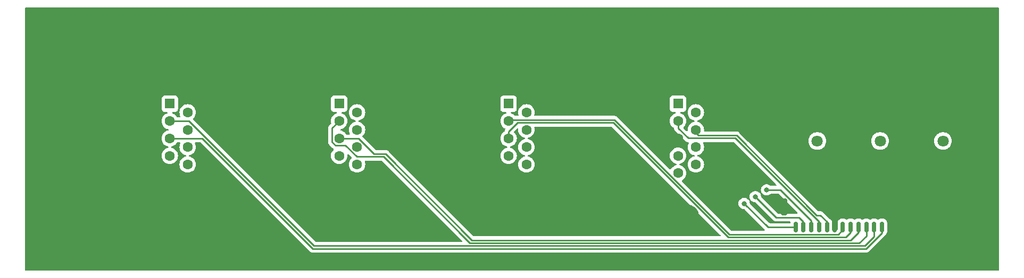
<source format=gbr>
%TF.GenerationSoftware,KiCad,Pcbnew,7.0.10*%
%TF.CreationDate,2024-07-06T13:48:58+02:00*%
%TF.ProjectId,OverlordInterface,4f766572-6c6f-4726-9449-6e7465726661,rev?*%
%TF.SameCoordinates,Original*%
%TF.FileFunction,Copper,L2,Bot*%
%TF.FilePolarity,Positive*%
%FSLAX46Y46*%
G04 Gerber Fmt 4.6, Leading zero omitted, Abs format (unit mm)*
G04 Created by KiCad (PCBNEW 7.0.10) date 2024-07-06 13:48:58*
%MOMM*%
%LPD*%
G01*
G04 APERTURE LIST*
G04 Aperture macros list*
%AMRoundRect*
0 Rectangle with rounded corners*
0 $1 Rounding radius*
0 $2 $3 $4 $5 $6 $7 $8 $9 X,Y pos of 4 corners*
0 Add a 4 corners polygon primitive as box body*
4,1,4,$2,$3,$4,$5,$6,$7,$8,$9,$2,$3,0*
0 Add four circle primitives for the rounded corners*
1,1,$1+$1,$2,$3*
1,1,$1+$1,$4,$5*
1,1,$1+$1,$6,$7*
1,1,$1+$1,$8,$9*
0 Add four rect primitives between the rounded corners*
20,1,$1+$1,$2,$3,$4,$5,0*
20,1,$1+$1,$4,$5,$6,$7,0*
20,1,$1+$1,$6,$7,$8,$9,0*
20,1,$1+$1,$8,$9,$2,$3,0*%
G04 Aperture macros list end*
%TA.AperFunction,ComponentPad*%
%ADD10R,1.800000X1.800000*%
%TD*%
%TA.AperFunction,ComponentPad*%
%ADD11C,1.800000*%
%TD*%
%TA.AperFunction,ComponentPad*%
%ADD12C,4.000000*%
%TD*%
%TA.AperFunction,ComponentPad*%
%ADD13R,1.600000X1.600000*%
%TD*%
%TA.AperFunction,ComponentPad*%
%ADD14C,1.600000*%
%TD*%
%TA.AperFunction,SMDPad,CuDef*%
%ADD15RoundRect,0.150000X-0.150000X-0.700000X0.150000X-0.700000X0.150000X0.700000X-0.150000X0.700000X0*%
%TD*%
%TA.AperFunction,SMDPad,CuDef*%
%ADD16RoundRect,0.250000X-0.250000X-1.100000X0.250000X-1.100000X0.250000X1.100000X-0.250000X1.100000X0*%
%TD*%
%TA.AperFunction,ViaPad*%
%ADD17C,0.800000*%
%TD*%
%TA.AperFunction,Conductor*%
%ADD18C,0.250000*%
%TD*%
G04 APERTURE END LIST*
D10*
%TO.P,D2,1,K*%
%TO.N,GND*%
X211830000Y-91055000D03*
D11*
%TO.P,D2,2,A*%
%TO.N,STATUS_LED_G*%
X211830000Y-93595000D03*
%TD*%
D10*
%TO.P,D1,1,K*%
%TO.N,GND*%
X221830000Y-91055000D03*
D11*
%TO.P,D1,2,A*%
%TO.N,STATUS_LED_B*%
X221830000Y-93595000D03*
%TD*%
D12*
%TO.P,J5,0,PAD*%
%TO.N,GND*%
X100190000Y-105695000D03*
X100190000Y-80695000D03*
D13*
%TO.P,J5,1,1*%
%TO.N,unconnected-(J5-Pad1)*%
X98770000Y-87655000D03*
D14*
%TO.P,J5,2,2*%
%TO.N,MB_TX_U2*%
X98770000Y-90425000D03*
%TO.P,J5,3,3*%
%TO.N,MB_RX_U2*%
X98770000Y-93195000D03*
%TO.P,J5,4,4*%
%TO.N,unconnected-(J5-Pad4)*%
X98770000Y-95965000D03*
%TO.P,J5,5,5*%
%TO.N,GND*%
X98770000Y-98735000D03*
%TO.P,J5,6,6*%
%TO.N,unconnected-(J5-Pad6)*%
X101610000Y-89040000D03*
%TO.P,J5,7,7*%
%TO.N,unconnected-(J5-Pad7)*%
X101610000Y-91810000D03*
%TO.P,J5,8,8*%
%TO.N,unconnected-(J5-Pad8)*%
X101610000Y-94580000D03*
%TO.P,J5,9,9*%
%TO.N,unconnected-(J5-Pad9)*%
X101610000Y-97350000D03*
%TD*%
D12*
%TO.P,J2,0,PAD*%
%TO.N,GND*%
X181080000Y-105695000D03*
X181080000Y-80695000D03*
D13*
%TO.P,J2,1,1*%
%TO.N,unconnected-(J2-Pad1)*%
X179660000Y-87655000D03*
D14*
%TO.P,J2,2,2*%
%TO.N,CAN_L*%
X179660000Y-90425000D03*
%TO.P,J2,3,3*%
%TO.N,GND*%
X179660000Y-93195000D03*
%TO.P,J2,4,4*%
%TO.N,unconnected-(J2-Pad4)*%
X179660000Y-95965000D03*
%TO.P,J2,5,5*%
%TO.N,unconnected-(J2-Pad5)*%
X179660000Y-98735000D03*
%TO.P,J2,6,6*%
%TO.N,unconnected-(J2-Pad6)*%
X182500000Y-89040000D03*
%TO.P,J2,7,7*%
%TO.N,CAN_H*%
X182500000Y-91810000D03*
%TO.P,J2,8,8*%
%TO.N,unconnected-(J2-Pad8)*%
X182500000Y-94580000D03*
%TO.P,J2,9,9*%
%TO.N,unconnected-(J2-Pad9)*%
X182500000Y-97350000D03*
%TD*%
D12*
%TO.P,J4,0,PAD*%
%TO.N,GND*%
X127153333Y-105695000D03*
X127153333Y-80695000D03*
D13*
%TO.P,J4,1,1*%
%TO.N,unconnected-(J4-Pad1)*%
X125733333Y-87655000D03*
D14*
%TO.P,J4,2,2*%
%TO.N,MB_TX_U1*%
X125733333Y-90425000D03*
%TO.P,J4,3,3*%
%TO.N,MB_RX_U1*%
X125733333Y-93195000D03*
%TO.P,J4,4,4*%
%TO.N,unconnected-(J4-Pad4)*%
X125733333Y-95965000D03*
%TO.P,J4,5,5*%
%TO.N,GND*%
X125733333Y-98735000D03*
%TO.P,J4,6,6*%
%TO.N,unconnected-(J4-Pad6)*%
X128573333Y-89040000D03*
%TO.P,J4,7,7*%
%TO.N,unconnected-(J4-Pad7)*%
X128573333Y-91810000D03*
%TO.P,J4,8,8*%
%TO.N,unconnected-(J4-Pad8)*%
X128573333Y-94580000D03*
%TO.P,J4,9,9*%
%TO.N,unconnected-(J4-Pad9)*%
X128573333Y-97350000D03*
%TD*%
D12*
%TO.P,J3,0,PAD*%
%TO.N,GND*%
X154116666Y-105695000D03*
X154116666Y-80695000D03*
D13*
%TO.P,J3,1,1*%
%TO.N,unconnected-(J3-Pad1)*%
X152696666Y-87655000D03*
D14*
%TO.P,J3,2,2*%
%TO.N,UART_TX_0*%
X152696666Y-90425000D03*
%TO.P,J3,3,3*%
%TO.N,UART_RX_0*%
X152696666Y-93195000D03*
%TO.P,J3,4,4*%
%TO.N,unconnected-(J3-Pad4)*%
X152696666Y-95965000D03*
%TO.P,J3,5,5*%
%TO.N,GND*%
X152696666Y-98735000D03*
%TO.P,J3,6,6*%
%TO.N,unconnected-(J3-Pad6)*%
X155536666Y-89040000D03*
%TO.P,J3,7,7*%
%TO.N,unconnected-(J3-Pad7)*%
X155536666Y-91810000D03*
%TO.P,J3,8,8*%
%TO.N,unconnected-(J3-Pad8)*%
X155536666Y-94580000D03*
%TO.P,J3,9,9*%
%TO.N,unconnected-(J3-Pad9)*%
X155536666Y-97350000D03*
%TD*%
D10*
%TO.P,D3,1,K*%
%TO.N,GND*%
X201830000Y-91055000D03*
D11*
%TO.P,D3,2,A*%
%TO.N,STATUS_LED_R*%
X201830000Y-93595000D03*
%TD*%
D15*
%TO.P,J1,1,Pin_1*%
%TO.N,STATUS_LED_B*%
X198375000Y-107350000D03*
%TO.P,J1,2,Pin_2*%
%TO.N,STATUS_LED_G*%
X199625000Y-107350000D03*
%TO.P,J1,3,Pin_3*%
%TO.N,STATUS_LED_R*%
X200875000Y-107350000D03*
%TO.P,J1,4,Pin_4*%
%TO.N,CAN_L*%
X202125000Y-107350000D03*
%TO.P,J1,5,Pin_5*%
%TO.N,CAN_H*%
X203375000Y-107350000D03*
%TO.P,J1,6,Pin_6*%
%TO.N,GND*%
X204625000Y-107350000D03*
%TO.P,J1,7,Pin_7*%
%TO.N,UART_TX_0*%
X205875000Y-107350000D03*
%TO.P,J1,8,Pin_8*%
%TO.N,UART_RX_0*%
X207125000Y-107350000D03*
%TO.P,J1,9,Pin_9*%
%TO.N,MB_RX_U1*%
X208375000Y-107350000D03*
%TO.P,J1,10,Pin_10*%
%TO.N,MB_TX_U1*%
X209625000Y-107350000D03*
%TO.P,J1,11,Pin_11*%
%TO.N,MB_TX_U2*%
X210875000Y-107350000D03*
%TO.P,J1,12,Pin_12*%
%TO.N,MB_RX_U2*%
X212125000Y-107350000D03*
D16*
%TO.P,J1,MP,MountPin*%
%TO.N,GND*%
X196525000Y-104150000D03*
X213975000Y-104150000D03*
%TD*%
D17*
%TO.N,GND*%
X140430000Y-74310000D03*
X115030000Y-74310000D03*
X196310000Y-112410000D03*
X216630000Y-112410000D03*
X211550000Y-112410000D03*
X89630000Y-74310000D03*
X224250000Y-112410000D03*
X229330000Y-84470000D03*
X120110000Y-74310000D03*
X122650000Y-74310000D03*
X94710000Y-74310000D03*
X76930000Y-107330000D03*
X173450000Y-112410000D03*
X130270000Y-74310000D03*
X84550000Y-74310000D03*
X214090000Y-74310000D03*
X125190000Y-112410000D03*
X175990000Y-74310000D03*
X181070000Y-112410000D03*
X150590000Y-74310000D03*
X132810000Y-112410000D03*
X97250000Y-74310000D03*
X186150000Y-112410000D03*
X87090000Y-74310000D03*
X203930000Y-74310000D03*
X198850000Y-74310000D03*
X130270000Y-112410000D03*
X224250000Y-74310000D03*
X107410000Y-112410000D03*
X92170000Y-74310000D03*
X211550000Y-74310000D03*
X137890000Y-112410000D03*
X76930000Y-89550000D03*
X76930000Y-109870000D03*
X206470000Y-112410000D03*
X148050000Y-112410000D03*
X201390000Y-112410000D03*
X163290000Y-112410000D03*
X153130000Y-74310000D03*
X135350000Y-74310000D03*
X82010000Y-112410000D03*
X155670000Y-74310000D03*
X122650000Y-112410000D03*
X226790000Y-112410000D03*
X120110000Y-112410000D03*
X109950000Y-112410000D03*
X142970000Y-74310000D03*
X76930000Y-94630000D03*
X229330000Y-76850000D03*
X229330000Y-79390000D03*
X229330000Y-99710000D03*
X125190000Y-74310000D03*
X229330000Y-109870000D03*
X84550000Y-112410000D03*
X79470000Y-112410000D03*
X97250000Y-112410000D03*
X117570000Y-74310000D03*
X196310000Y-74310000D03*
X160750000Y-74310000D03*
X102330000Y-74310000D03*
X140430000Y-112410000D03*
X158210000Y-112410000D03*
X168370000Y-112410000D03*
X188690000Y-112410000D03*
X229330000Y-97170000D03*
X76930000Y-81930000D03*
X158210000Y-74310000D03*
X76930000Y-79390000D03*
X76930000Y-99710000D03*
X178530000Y-74310000D03*
X181070000Y-74310000D03*
X148050000Y-74310000D03*
X99790000Y-112410000D03*
X214090000Y-112410000D03*
X229330000Y-102250000D03*
X107410000Y-74310000D03*
X76930000Y-97170000D03*
X160750000Y-112410000D03*
X168370000Y-74310000D03*
X115030000Y-112410000D03*
X216630000Y-74310000D03*
X76930000Y-112410000D03*
X165830000Y-112410000D03*
X229330000Y-81930000D03*
X99790000Y-74310000D03*
X76930000Y-74310000D03*
X127730000Y-74310000D03*
X76930000Y-87010000D03*
X186150000Y-74310000D03*
X89630000Y-112410000D03*
X137890000Y-74310000D03*
X117570000Y-112410000D03*
X193770000Y-74310000D03*
X94710000Y-112410000D03*
X229330000Y-104790000D03*
X109950000Y-74310000D03*
X193770000Y-112410000D03*
X76930000Y-84470000D03*
X82010000Y-74310000D03*
X229330000Y-89550000D03*
X229330000Y-94630000D03*
X191230000Y-74310000D03*
X229330000Y-92090000D03*
X76930000Y-104790000D03*
X201390000Y-74310000D03*
X155670000Y-112410000D03*
X209010000Y-112410000D03*
X203930000Y-112410000D03*
X76930000Y-92090000D03*
X127730000Y-112410000D03*
X209010000Y-74310000D03*
X191230000Y-112410000D03*
X229330000Y-112410000D03*
X170910000Y-74310000D03*
X170910000Y-112410000D03*
X198850000Y-112410000D03*
X178530000Y-112410000D03*
X76930000Y-76850000D03*
X79470000Y-74310000D03*
X163290000Y-74310000D03*
X226790000Y-74310000D03*
X112490000Y-112410000D03*
X229330000Y-74310000D03*
X188690000Y-74310000D03*
X173450000Y-74310000D03*
X87090000Y-112410000D03*
X112490000Y-74310000D03*
X145510000Y-74310000D03*
X145510000Y-112410000D03*
X92170000Y-112410000D03*
X165830000Y-74310000D03*
X183610000Y-112410000D03*
X229330000Y-107330000D03*
X150590000Y-112410000D03*
X221710000Y-74310000D03*
X153130000Y-112410000D03*
X175990000Y-112410000D03*
X219170000Y-112410000D03*
X183610000Y-74310000D03*
X76930000Y-102250000D03*
X104870000Y-112410000D03*
X221710000Y-112410000D03*
X104870000Y-74310000D03*
X206470000Y-74310000D03*
X135350000Y-112410000D03*
X229330000Y-87010000D03*
X102330000Y-112410000D03*
X132810000Y-74310000D03*
X219170000Y-74310000D03*
X142970000Y-112410000D03*
%TO.N,STATUS_LED_B*%
X190180000Y-103580000D03*
%TO.N,STATUS_LED_G*%
X191965000Y-102490000D03*
%TO.N,STATUS_LED_R*%
X193750000Y-101400000D03*
%TD*%
D18*
%TO.N,STATUS_LED_B*%
X190210000Y-103580000D02*
X190180000Y-103580000D01*
X190180000Y-103580000D02*
X190180000Y-103550000D01*
X190180000Y-103550000D02*
X190240000Y-103610000D01*
X193980000Y-107350000D02*
X190210000Y-103580000D01*
X198375000Y-107350000D02*
X193980000Y-107350000D01*
%TO.N,STATUS_LED_G*%
X199625000Y-106500001D02*
X198949999Y-105825000D01*
X198949999Y-105825000D02*
X195300000Y-105825000D01*
X195300000Y-105825000D02*
X192170000Y-102695000D01*
X199625000Y-107350000D02*
X199625000Y-106500001D01*
X192170000Y-102695000D02*
X192170000Y-102520000D01*
X195300000Y-105825000D02*
X191965000Y-102490000D01*
%TO.N,STATUS_LED_R*%
X200875000Y-106329900D02*
X195945100Y-101400000D01*
X195945100Y-101400000D02*
X193750000Y-101400000D01*
X200875000Y-107350000D02*
X200875000Y-106329900D01*
X193720000Y-101430000D02*
X193690000Y-101430000D01*
X193750000Y-101400000D02*
X193720000Y-101430000D01*
%TO.N,CAN_L*%
X179660000Y-91556370D02*
X179660000Y-90425000D01*
X188784999Y-93160000D02*
X181263630Y-93160000D01*
X202125000Y-106500001D02*
X188784999Y-93160000D01*
X202125000Y-107350000D02*
X202125000Y-106500001D01*
X181263630Y-93160000D02*
X179660000Y-91556370D01*
%TO.N,CAN_H*%
X188971395Y-92710000D02*
X201705698Y-105444303D01*
X203375000Y-106500001D02*
X203375000Y-107350000D01*
X182930000Y-92710000D02*
X188971395Y-92710000D01*
X201705698Y-105444303D02*
X202319302Y-105444303D01*
X182500000Y-92280000D02*
X182930000Y-92710000D01*
X202319302Y-105444303D02*
X203375000Y-106500001D01*
X182500000Y-91810000D02*
X182500000Y-92280000D01*
%TO.N,UART_TX_0*%
X205875000Y-107805000D02*
X205875000Y-107350000D01*
X152696666Y-90425000D02*
X152895472Y-90226194D01*
X205155000Y-108525000D02*
X205875000Y-107805000D01*
X152895472Y-90226194D02*
X169560203Y-90226194D01*
X187859009Y-108525000D02*
X205155000Y-108525000D01*
X169560203Y-90226194D02*
X187859009Y-108525000D01*
%TO.N,UART_RX_0*%
X154084102Y-90676194D02*
X169373807Y-90676194D01*
X152696666Y-92063630D02*
X154084102Y-90676194D01*
X187672613Y-108975000D02*
X206349999Y-108975000D01*
X206349999Y-108975000D02*
X207125000Y-108199999D01*
X152696666Y-93195000D02*
X152696666Y-92063630D01*
X207125000Y-108199999D02*
X207125000Y-107350000D01*
X169373807Y-90676194D02*
X187672613Y-108975000D01*
%TO.N,MB_RX_U1*%
X208375000Y-108199999D02*
X208375000Y-107350000D01*
X125733333Y-93195000D02*
X128779324Y-93195000D01*
X146875000Y-109425000D02*
X207149999Y-109425000D01*
X207149999Y-109425000D02*
X208375000Y-108199999D01*
X131254324Y-95670000D02*
X133120000Y-95670000D01*
X133120000Y-95670000D02*
X146875000Y-109425000D01*
X128779324Y-93195000D02*
X131254324Y-95670000D01*
%TO.N,MB_TX_U1*%
X146545000Y-109875000D02*
X208505000Y-109875000D01*
X124608333Y-93768333D02*
X125160000Y-94320000D01*
X209625000Y-108755000D02*
X209625000Y-107350000D01*
X208505000Y-109875000D02*
X209625000Y-108755000D01*
X125160000Y-94320000D02*
X126722342Y-94320000D01*
X126722342Y-94320000D02*
X128522342Y-96120000D01*
X125733333Y-90425000D02*
X124608333Y-91550000D01*
X124608333Y-91550000D02*
X124608333Y-93768333D01*
X132790000Y-96120000D02*
X146545000Y-109875000D01*
X128522342Y-96120000D02*
X132790000Y-96120000D01*
%TO.N,MB_TX_U2*%
X121715991Y-110325000D02*
X209425908Y-110325000D01*
X210875000Y-108875908D02*
X210875000Y-107350000D01*
X209425908Y-110325000D02*
X210875000Y-108875908D01*
X101815991Y-90425000D02*
X121715991Y-110325000D01*
X98770000Y-90425000D02*
X101815991Y-90425000D01*
%TO.N,MB_RX_U2*%
X103949595Y-93195000D02*
X98770000Y-93195000D01*
X212125000Y-108262304D02*
X209612304Y-110775000D01*
X121529595Y-110775000D02*
X103949595Y-93195000D01*
X212125000Y-107350000D02*
X212125000Y-108262304D01*
X209612304Y-110775000D02*
X121529595Y-110775000D01*
%TD*%
%TA.AperFunction,Conductor*%
%TO.N,GND*%
G36*
X230673098Y-72310185D02*
G01*
X230718853Y-72362989D01*
X230730059Y-72414441D01*
X230749500Y-113240000D01*
X230749500Y-114165500D01*
X230729815Y-114232539D01*
X230677011Y-114278294D01*
X230625500Y-114289500D01*
X223000000Y-114289500D01*
X75874492Y-114280007D01*
X75807454Y-114260318D01*
X75761702Y-114207511D01*
X75750500Y-114156007D01*
X75750500Y-95965001D01*
X97464532Y-95965001D01*
X97484364Y-96191686D01*
X97484366Y-96191697D01*
X97543258Y-96411488D01*
X97543261Y-96411497D01*
X97639431Y-96617732D01*
X97639432Y-96617734D01*
X97769954Y-96804141D01*
X97930858Y-96965045D01*
X97930861Y-96965047D01*
X98117266Y-97095568D01*
X98323504Y-97191739D01*
X98543308Y-97250635D01*
X98705230Y-97264801D01*
X98769998Y-97270468D01*
X98770000Y-97270468D01*
X98770002Y-97270468D01*
X98826673Y-97265509D01*
X98996692Y-97250635D01*
X99216496Y-97191739D01*
X99422734Y-97095568D01*
X99609139Y-96965047D01*
X99770047Y-96804139D01*
X99900568Y-96617734D01*
X99996739Y-96411496D01*
X100055635Y-96191692D01*
X100075468Y-95965000D01*
X100071197Y-95916188D01*
X100055635Y-95738313D01*
X100055635Y-95738308D01*
X99996739Y-95518504D01*
X99900568Y-95312266D01*
X99779670Y-95139604D01*
X99770045Y-95125858D01*
X99609141Y-94964954D01*
X99422734Y-94834432D01*
X99422732Y-94834431D01*
X99216497Y-94738261D01*
X99216488Y-94738258D01*
X99087840Y-94703788D01*
X99072862Y-94699774D01*
X99013202Y-94663410D01*
X98982673Y-94600563D01*
X98990968Y-94531188D01*
X99035453Y-94477310D01*
X99072862Y-94460225D01*
X99216496Y-94421739D01*
X99422734Y-94325568D01*
X99609139Y-94195047D01*
X99770047Y-94034139D01*
X99867076Y-93895566D01*
X99882613Y-93873377D01*
X99937189Y-93829752D01*
X99984188Y-93820500D01*
X100334577Y-93820500D01*
X100401616Y-93840185D01*
X100447371Y-93892989D01*
X100457315Y-93962147D01*
X100446959Y-93996905D01*
X100383261Y-94133502D01*
X100383258Y-94133511D01*
X100324366Y-94353302D01*
X100324364Y-94353313D01*
X100304532Y-94579998D01*
X100304532Y-94580001D01*
X100324364Y-94806686D01*
X100324366Y-94806697D01*
X100383258Y-95026488D01*
X100383261Y-95026497D01*
X100479431Y-95232732D01*
X100479432Y-95232734D01*
X100609954Y-95419141D01*
X100770858Y-95580045D01*
X100770861Y-95580047D01*
X100957266Y-95710568D01*
X101163504Y-95806739D01*
X101163509Y-95806740D01*
X101163511Y-95806741D01*
X101307136Y-95845225D01*
X101366797Y-95881590D01*
X101397326Y-95944437D01*
X101389031Y-96013812D01*
X101344546Y-96067690D01*
X101307136Y-96084775D01*
X101163511Y-96123258D01*
X101163502Y-96123261D01*
X100957267Y-96219431D01*
X100957265Y-96219432D01*
X100770858Y-96349954D01*
X100609954Y-96510858D01*
X100479432Y-96697265D01*
X100479431Y-96697267D01*
X100383261Y-96903502D01*
X100383258Y-96903511D01*
X100324366Y-97123302D01*
X100324364Y-97123313D01*
X100304532Y-97349998D01*
X100304532Y-97350001D01*
X100324364Y-97576686D01*
X100324366Y-97576697D01*
X100383258Y-97796488D01*
X100383261Y-97796497D01*
X100479431Y-98002732D01*
X100479432Y-98002734D01*
X100609954Y-98189141D01*
X100770858Y-98350045D01*
X100770861Y-98350047D01*
X100957266Y-98480568D01*
X101163504Y-98576739D01*
X101383308Y-98635635D01*
X101545230Y-98649801D01*
X101609998Y-98655468D01*
X101610000Y-98655468D01*
X101610002Y-98655468D01*
X101666673Y-98650509D01*
X101836692Y-98635635D01*
X102056496Y-98576739D01*
X102262734Y-98480568D01*
X102449139Y-98350047D01*
X102610047Y-98189139D01*
X102740568Y-98002734D01*
X102836739Y-97796496D01*
X102895635Y-97576692D01*
X102915468Y-97350000D01*
X102911197Y-97301188D01*
X102906775Y-97250635D01*
X102895635Y-97123308D01*
X102836739Y-96903504D01*
X102740568Y-96697266D01*
X102610047Y-96510861D01*
X102610045Y-96510858D01*
X102449141Y-96349954D01*
X102262734Y-96219432D01*
X102262732Y-96219431D01*
X102056497Y-96123261D01*
X102056488Y-96123258D01*
X101933966Y-96090429D01*
X101912862Y-96084774D01*
X101853202Y-96048410D01*
X101822673Y-95985563D01*
X101830968Y-95916188D01*
X101875453Y-95862310D01*
X101912862Y-95845225D01*
X102056496Y-95806739D01*
X102262734Y-95710568D01*
X102449139Y-95580047D01*
X102610047Y-95419139D01*
X102740568Y-95232734D01*
X102836739Y-95026496D01*
X102895635Y-94806692D01*
X102915468Y-94580000D01*
X102911197Y-94531188D01*
X102895635Y-94353313D01*
X102895635Y-94353308D01*
X102836739Y-94133504D01*
X102773040Y-93996903D01*
X102762549Y-93927828D01*
X102791068Y-93864044D01*
X102849545Y-93825804D01*
X102885423Y-93820500D01*
X103639143Y-93820500D01*
X103706182Y-93840185D01*
X103726824Y-93856819D01*
X121028792Y-111158788D01*
X121038617Y-111171051D01*
X121038838Y-111170869D01*
X121043806Y-111176874D01*
X121092817Y-111222899D01*
X121095616Y-111225612D01*
X121115117Y-111245114D01*
X121115121Y-111245117D01*
X121115124Y-111245120D01*
X121118297Y-111247581D01*
X121127169Y-111255159D01*
X121159013Y-111285062D01*
X121176571Y-111294714D01*
X121192830Y-111305395D01*
X121208659Y-111317673D01*
X121248750Y-111335021D01*
X121259221Y-111340151D01*
X121281775Y-111352550D01*
X121297497Y-111361194D01*
X121297499Y-111361195D01*
X121297503Y-111361197D01*
X121316911Y-111366180D01*
X121335314Y-111372481D01*
X121353696Y-111380436D01*
X121353697Y-111380436D01*
X121353699Y-111380437D01*
X121396845Y-111387270D01*
X121408267Y-111389636D01*
X121450576Y-111400500D01*
X121470611Y-111400500D01*
X121490009Y-111402026D01*
X121509789Y-111405159D01*
X121509790Y-111405160D01*
X121509790Y-111405159D01*
X121509791Y-111405160D01*
X121553270Y-111401050D01*
X121564939Y-111400500D01*
X209529561Y-111400500D01*
X209545181Y-111402224D01*
X209545208Y-111401939D01*
X209552964Y-111402671D01*
X209552971Y-111402673D01*
X209620177Y-111400561D01*
X209624072Y-111400500D01*
X209651650Y-111400500D01*
X209651654Y-111400500D01*
X209655628Y-111399997D01*
X209667267Y-111399080D01*
X209710931Y-111397709D01*
X209730173Y-111392117D01*
X209749216Y-111388174D01*
X209769096Y-111385664D01*
X209809705Y-111369585D01*
X209820748Y-111365803D01*
X209862694Y-111353618D01*
X209879933Y-111343422D01*
X209897407Y-111334862D01*
X209916031Y-111327488D01*
X209916031Y-111327487D01*
X209916036Y-111327486D01*
X209951387Y-111301800D01*
X209961118Y-111295408D01*
X209998724Y-111273170D01*
X210012893Y-111258999D01*
X210027683Y-111246368D01*
X210043891Y-111234594D01*
X210071742Y-111200926D01*
X210079583Y-111192309D01*
X212508786Y-108763106D01*
X212521048Y-108753284D01*
X212520865Y-108753063D01*
X212526868Y-108748095D01*
X212526877Y-108748090D01*
X212572934Y-108699043D01*
X212575582Y-108696310D01*
X212595120Y-108676774D01*
X212597570Y-108673614D01*
X212605154Y-108664733D01*
X212635062Y-108632886D01*
X212644714Y-108615327D01*
X212655389Y-108599076D01*
X212667674Y-108583240D01*
X212667677Y-108583234D01*
X212668336Y-108582121D01*
X212687385Y-108557560D01*
X212793081Y-108451865D01*
X212876744Y-108310398D01*
X212922598Y-108152569D01*
X212925500Y-108115694D01*
X212925500Y-106584306D01*
X212922598Y-106547431D01*
X212894596Y-106451050D01*
X212886296Y-106422481D01*
X212876744Y-106389602D01*
X212793081Y-106248135D01*
X212793079Y-106248133D01*
X212793076Y-106248129D01*
X212676870Y-106131923D01*
X212676862Y-106131917D01*
X212535396Y-106048255D01*
X212535393Y-106048254D01*
X212377573Y-106002402D01*
X212377567Y-106002401D01*
X212340701Y-105999500D01*
X212340694Y-105999500D01*
X211909306Y-105999500D01*
X211909298Y-105999500D01*
X211872432Y-106002401D01*
X211872426Y-106002402D01*
X211714606Y-106048254D01*
X211714603Y-106048255D01*
X211566420Y-106135890D01*
X211565254Y-106133919D01*
X211510942Y-106155232D01*
X211442427Y-106141540D01*
X211433595Y-106135864D01*
X211433580Y-106135890D01*
X211285396Y-106048255D01*
X211285393Y-106048254D01*
X211127573Y-106002402D01*
X211127567Y-106002401D01*
X211090701Y-105999500D01*
X211090694Y-105999500D01*
X210659306Y-105999500D01*
X210659298Y-105999500D01*
X210622432Y-106002401D01*
X210622426Y-106002402D01*
X210464606Y-106048254D01*
X210464603Y-106048255D01*
X210316420Y-106135890D01*
X210315254Y-106133919D01*
X210260942Y-106155232D01*
X210192427Y-106141540D01*
X210183595Y-106135864D01*
X210183580Y-106135890D01*
X210035396Y-106048255D01*
X210035393Y-106048254D01*
X209877573Y-106002402D01*
X209877567Y-106002401D01*
X209840701Y-105999500D01*
X209840694Y-105999500D01*
X209409306Y-105999500D01*
X209409298Y-105999500D01*
X209372432Y-106002401D01*
X209372426Y-106002402D01*
X209214606Y-106048254D01*
X209214603Y-106048255D01*
X209066420Y-106135890D01*
X209065254Y-106133919D01*
X209010942Y-106155232D01*
X208942427Y-106141540D01*
X208933595Y-106135864D01*
X208933580Y-106135890D01*
X208785396Y-106048255D01*
X208785393Y-106048254D01*
X208627573Y-106002402D01*
X208627567Y-106002401D01*
X208590701Y-105999500D01*
X208590694Y-105999500D01*
X208159306Y-105999500D01*
X208159298Y-105999500D01*
X208122432Y-106002401D01*
X208122426Y-106002402D01*
X207964606Y-106048254D01*
X207964603Y-106048255D01*
X207816420Y-106135890D01*
X207815254Y-106133919D01*
X207760942Y-106155232D01*
X207692427Y-106141540D01*
X207683595Y-106135864D01*
X207683580Y-106135890D01*
X207535396Y-106048255D01*
X207535393Y-106048254D01*
X207377573Y-106002402D01*
X207377567Y-106002401D01*
X207340701Y-105999500D01*
X207340694Y-105999500D01*
X206909306Y-105999500D01*
X206909298Y-105999500D01*
X206872432Y-106002401D01*
X206872426Y-106002402D01*
X206714606Y-106048254D01*
X206714603Y-106048255D01*
X206566420Y-106135890D01*
X206565254Y-106133919D01*
X206510942Y-106155232D01*
X206442427Y-106141540D01*
X206433595Y-106135864D01*
X206433580Y-106135890D01*
X206285396Y-106048255D01*
X206285393Y-106048254D01*
X206127573Y-106002402D01*
X206127567Y-106002401D01*
X206090701Y-105999500D01*
X206090694Y-105999500D01*
X205659306Y-105999500D01*
X205659298Y-105999500D01*
X205622432Y-106002401D01*
X205622426Y-106002402D01*
X205464606Y-106048254D01*
X205464603Y-106048255D01*
X205323137Y-106131917D01*
X205323129Y-106131923D01*
X205206923Y-106248129D01*
X205206917Y-106248137D01*
X205123255Y-106389603D01*
X205123254Y-106389606D01*
X205077402Y-106547426D01*
X205077401Y-106547432D01*
X205074500Y-106584298D01*
X205074500Y-107669547D01*
X205054815Y-107736586D01*
X205038181Y-107757228D01*
X204932228Y-107863181D01*
X204870905Y-107896666D01*
X204844547Y-107899500D01*
X204299500Y-107899500D01*
X204232461Y-107879815D01*
X204186706Y-107827011D01*
X204175500Y-107775500D01*
X204175500Y-106584313D01*
X204175499Y-106584298D01*
X204172598Y-106547432D01*
X204172597Y-106547426D01*
X204136296Y-106422481D01*
X204126744Y-106389602D01*
X204043081Y-106248135D01*
X204043079Y-106248133D01*
X204043076Y-106248129D01*
X203926869Y-106131922D01*
X203926866Y-106131920D01*
X203926865Y-106131919D01*
X203868075Y-106097150D01*
X203841321Y-106072795D01*
X203839933Y-106074100D01*
X203834597Y-106068419D01*
X203834594Y-106068414D01*
X203800945Y-106040577D01*
X203792305Y-106032715D01*
X202820105Y-105060515D01*
X202810282Y-105048253D01*
X202810061Y-105048437D01*
X202805088Y-105042425D01*
X202756078Y-104996402D01*
X202753279Y-104993689D01*
X202733779Y-104974188D01*
X202733773Y-104974183D01*
X202730588Y-104971712D01*
X202721736Y-104964151D01*
X202689884Y-104934241D01*
X202689882Y-104934239D01*
X202689879Y-104934238D01*
X202672331Y-104924591D01*
X202656065Y-104913907D01*
X202640234Y-104901627D01*
X202600151Y-104884281D01*
X202589665Y-104879144D01*
X202551396Y-104858106D01*
X202551394Y-104858105D01*
X202531995Y-104853125D01*
X202513583Y-104846821D01*
X202495200Y-104838865D01*
X202495194Y-104838863D01*
X202452062Y-104832032D01*
X202440624Y-104829664D01*
X202398322Y-104818803D01*
X202398321Y-104818803D01*
X202378286Y-104818803D01*
X202358888Y-104817276D01*
X202351464Y-104816100D01*
X202339107Y-104814143D01*
X202339106Y-104814143D01*
X202295627Y-104818253D01*
X202283958Y-104818803D01*
X202016150Y-104818803D01*
X201949111Y-104799118D01*
X201928469Y-104782484D01*
X190740992Y-93595006D01*
X200424700Y-93595006D01*
X200443864Y-93826297D01*
X200443866Y-93826308D01*
X200500842Y-94051300D01*
X200594075Y-94263848D01*
X200721016Y-94458147D01*
X200721019Y-94458151D01*
X200721021Y-94458153D01*
X200878216Y-94628913D01*
X200878219Y-94628915D01*
X200878222Y-94628918D01*
X201061365Y-94771464D01*
X201061371Y-94771468D01*
X201061374Y-94771470D01*
X201265497Y-94881936D01*
X201336167Y-94906197D01*
X201485015Y-94957297D01*
X201485017Y-94957297D01*
X201485019Y-94957298D01*
X201713951Y-94995500D01*
X201713952Y-94995500D01*
X201946048Y-94995500D01*
X201946049Y-94995500D01*
X202174981Y-94957298D01*
X202394503Y-94881936D01*
X202598626Y-94771470D01*
X202599729Y-94770612D01*
X202712691Y-94682690D01*
X202781784Y-94628913D01*
X202938979Y-94458153D01*
X203065924Y-94263849D01*
X203159157Y-94051300D01*
X203216134Y-93826305D01*
X203217347Y-93811668D01*
X203235300Y-93595006D01*
X210424700Y-93595006D01*
X210443864Y-93826297D01*
X210443866Y-93826308D01*
X210500842Y-94051300D01*
X210594075Y-94263848D01*
X210721016Y-94458147D01*
X210721019Y-94458151D01*
X210721021Y-94458153D01*
X210878216Y-94628913D01*
X210878219Y-94628915D01*
X210878222Y-94628918D01*
X211061365Y-94771464D01*
X211061371Y-94771468D01*
X211061374Y-94771470D01*
X211265497Y-94881936D01*
X211336167Y-94906197D01*
X211485015Y-94957297D01*
X211485017Y-94957297D01*
X211485019Y-94957298D01*
X211713951Y-94995500D01*
X211713952Y-94995500D01*
X211946048Y-94995500D01*
X211946049Y-94995500D01*
X212174981Y-94957298D01*
X212394503Y-94881936D01*
X212598626Y-94771470D01*
X212599729Y-94770612D01*
X212712691Y-94682690D01*
X212781784Y-94628913D01*
X212938979Y-94458153D01*
X213065924Y-94263849D01*
X213159157Y-94051300D01*
X213216134Y-93826305D01*
X213217347Y-93811668D01*
X213235300Y-93595006D01*
X220424700Y-93595006D01*
X220443864Y-93826297D01*
X220443866Y-93826308D01*
X220500842Y-94051300D01*
X220594075Y-94263848D01*
X220721016Y-94458147D01*
X220721019Y-94458151D01*
X220721021Y-94458153D01*
X220878216Y-94628913D01*
X220878219Y-94628915D01*
X220878222Y-94628918D01*
X221061365Y-94771464D01*
X221061371Y-94771468D01*
X221061374Y-94771470D01*
X221265497Y-94881936D01*
X221336167Y-94906197D01*
X221485015Y-94957297D01*
X221485017Y-94957297D01*
X221485019Y-94957298D01*
X221713951Y-94995500D01*
X221713952Y-94995500D01*
X221946048Y-94995500D01*
X221946049Y-94995500D01*
X222174981Y-94957298D01*
X222394503Y-94881936D01*
X222598626Y-94771470D01*
X222599729Y-94770612D01*
X222712691Y-94682690D01*
X222781784Y-94628913D01*
X222938979Y-94458153D01*
X223065924Y-94263849D01*
X223159157Y-94051300D01*
X223216134Y-93826305D01*
X223217347Y-93811668D01*
X223235300Y-93595006D01*
X223235300Y-93594993D01*
X223216135Y-93363702D01*
X223216133Y-93363691D01*
X223159157Y-93138699D01*
X223065924Y-92926151D01*
X222938983Y-92731852D01*
X222938980Y-92731849D01*
X222938979Y-92731847D01*
X222781784Y-92561087D01*
X222781779Y-92561083D01*
X222781777Y-92561081D01*
X222598634Y-92418535D01*
X222598628Y-92418531D01*
X222394504Y-92308064D01*
X222394495Y-92308061D01*
X222174984Y-92232702D01*
X221978619Y-92199935D01*
X221946049Y-92194500D01*
X221713951Y-92194500D01*
X221681381Y-92199935D01*
X221485015Y-92232702D01*
X221265504Y-92308061D01*
X221265495Y-92308064D01*
X221061371Y-92418531D01*
X221061365Y-92418535D01*
X220878222Y-92561081D01*
X220878219Y-92561084D01*
X220878216Y-92561086D01*
X220878216Y-92561087D01*
X220819267Y-92625122D01*
X220721016Y-92731852D01*
X220594075Y-92926151D01*
X220500842Y-93138699D01*
X220443866Y-93363691D01*
X220443864Y-93363702D01*
X220424700Y-93594993D01*
X220424700Y-93595006D01*
X213235300Y-93595006D01*
X213235300Y-93594993D01*
X213216135Y-93363702D01*
X213216133Y-93363691D01*
X213159157Y-93138699D01*
X213065924Y-92926151D01*
X212938983Y-92731852D01*
X212938980Y-92731849D01*
X212938979Y-92731847D01*
X212781784Y-92561087D01*
X212781779Y-92561083D01*
X212781777Y-92561081D01*
X212598634Y-92418535D01*
X212598628Y-92418531D01*
X212394504Y-92308064D01*
X212394495Y-92308061D01*
X212174984Y-92232702D01*
X211978619Y-92199935D01*
X211946049Y-92194500D01*
X211713951Y-92194500D01*
X211681381Y-92199935D01*
X211485015Y-92232702D01*
X211265504Y-92308061D01*
X211265495Y-92308064D01*
X211061371Y-92418531D01*
X211061365Y-92418535D01*
X210878222Y-92561081D01*
X210878219Y-92561084D01*
X210878216Y-92561086D01*
X210878216Y-92561087D01*
X210819267Y-92625122D01*
X210721016Y-92731852D01*
X210594075Y-92926151D01*
X210500842Y-93138699D01*
X210443866Y-93363691D01*
X210443864Y-93363702D01*
X210424700Y-93594993D01*
X210424700Y-93595006D01*
X203235300Y-93595006D01*
X203235300Y-93594993D01*
X203216135Y-93363702D01*
X203216133Y-93363691D01*
X203159157Y-93138699D01*
X203065924Y-92926151D01*
X202938983Y-92731852D01*
X202938980Y-92731849D01*
X202938979Y-92731847D01*
X202781784Y-92561087D01*
X202781779Y-92561083D01*
X202781777Y-92561081D01*
X202598634Y-92418535D01*
X202598628Y-92418531D01*
X202394504Y-92308064D01*
X202394495Y-92308061D01*
X202174984Y-92232702D01*
X201978619Y-92199935D01*
X201946049Y-92194500D01*
X201713951Y-92194500D01*
X201681381Y-92199935D01*
X201485015Y-92232702D01*
X201265504Y-92308061D01*
X201265495Y-92308064D01*
X201061371Y-92418531D01*
X201061365Y-92418535D01*
X200878222Y-92561081D01*
X200878219Y-92561084D01*
X200878216Y-92561086D01*
X200878216Y-92561087D01*
X200819267Y-92625122D01*
X200721016Y-92731852D01*
X200594075Y-92926151D01*
X200500842Y-93138699D01*
X200443866Y-93363691D01*
X200443864Y-93363702D01*
X200424700Y-93594993D01*
X200424700Y-93595006D01*
X190740992Y-93595006D01*
X189472198Y-92326212D01*
X189462375Y-92313950D01*
X189462154Y-92314134D01*
X189457181Y-92308122D01*
X189408171Y-92262099D01*
X189405372Y-92259386D01*
X189385872Y-92239885D01*
X189385630Y-92239697D01*
X189382681Y-92237409D01*
X189373829Y-92229848D01*
X189341977Y-92199938D01*
X189341975Y-92199936D01*
X189341972Y-92199935D01*
X189324424Y-92190288D01*
X189308158Y-92179604D01*
X189306572Y-92178374D01*
X189292331Y-92167327D01*
X189292330Y-92167326D01*
X189292327Y-92167324D01*
X189252244Y-92149978D01*
X189241758Y-92144841D01*
X189203489Y-92123803D01*
X189203487Y-92123802D01*
X189184088Y-92118822D01*
X189165676Y-92112518D01*
X189147293Y-92104562D01*
X189147287Y-92104560D01*
X189104155Y-92097729D01*
X189092717Y-92095361D01*
X189050415Y-92084500D01*
X189050414Y-92084500D01*
X189030379Y-92084500D01*
X189010981Y-92082973D01*
X189003557Y-92081797D01*
X188991200Y-92079840D01*
X188991199Y-92079840D01*
X188947720Y-92083950D01*
X188936051Y-92084500D01*
X183916774Y-92084500D01*
X183849735Y-92064815D01*
X183803980Y-92012011D01*
X183793246Y-91949694D01*
X183805468Y-91810000D01*
X183805388Y-91809090D01*
X183797520Y-91719155D01*
X183785635Y-91583308D01*
X183726739Y-91363504D01*
X183630568Y-91157266D01*
X183500047Y-90970861D01*
X183500045Y-90970858D01*
X183339141Y-90809954D01*
X183152734Y-90679432D01*
X183152732Y-90679431D01*
X182946497Y-90583261D01*
X182946488Y-90583258D01*
X182823966Y-90550429D01*
X182802862Y-90544774D01*
X182743202Y-90508410D01*
X182712673Y-90445563D01*
X182720968Y-90376188D01*
X182765453Y-90322310D01*
X182802862Y-90305225D01*
X182946496Y-90266739D01*
X183152734Y-90170568D01*
X183339139Y-90040047D01*
X183500047Y-89879139D01*
X183630568Y-89692734D01*
X183726739Y-89486496D01*
X183785635Y-89266692D01*
X183805468Y-89040000D01*
X183785635Y-88813308D01*
X183726739Y-88593504D01*
X183630568Y-88387266D01*
X183500047Y-88200861D01*
X183500045Y-88200858D01*
X183339141Y-88039954D01*
X183152734Y-87909432D01*
X183152732Y-87909431D01*
X182946497Y-87813261D01*
X182946488Y-87813258D01*
X182726697Y-87754366D01*
X182726693Y-87754365D01*
X182726692Y-87754365D01*
X182726691Y-87754364D01*
X182726686Y-87754364D01*
X182500002Y-87734532D01*
X182499998Y-87734532D01*
X182273313Y-87754364D01*
X182273302Y-87754366D01*
X182053511Y-87813258D01*
X182053502Y-87813261D01*
X181847267Y-87909431D01*
X181847265Y-87909432D01*
X181660858Y-88039954D01*
X181499954Y-88200858D01*
X181369432Y-88387265D01*
X181369431Y-88387267D01*
X181273261Y-88593502D01*
X181273258Y-88593511D01*
X181214366Y-88813302D01*
X181214364Y-88813313D01*
X181194532Y-89039998D01*
X181194532Y-89040001D01*
X181214364Y-89266686D01*
X181214366Y-89266697D01*
X181273258Y-89486488D01*
X181273261Y-89486497D01*
X181369431Y-89692732D01*
X181369432Y-89692734D01*
X181499954Y-89879141D01*
X181660858Y-90040045D01*
X181660861Y-90040047D01*
X181847266Y-90170568D01*
X182053504Y-90266739D01*
X182053509Y-90266740D01*
X182053511Y-90266741D01*
X182197136Y-90305225D01*
X182256797Y-90341590D01*
X182287326Y-90404437D01*
X182279031Y-90473812D01*
X182234546Y-90527690D01*
X182197136Y-90544775D01*
X182053511Y-90583258D01*
X182053502Y-90583261D01*
X181847267Y-90679431D01*
X181847265Y-90679432D01*
X181660858Y-90809954D01*
X181499954Y-90970858D01*
X181369432Y-91157265D01*
X181369431Y-91157267D01*
X181273261Y-91363502D01*
X181273258Y-91363511D01*
X181214366Y-91583302D01*
X181214364Y-91583313D01*
X181194532Y-91809998D01*
X181194532Y-91810002D01*
X181202836Y-91904918D01*
X181189069Y-91973418D01*
X181140454Y-92023601D01*
X181072425Y-92039534D01*
X181006582Y-92016159D01*
X180991627Y-92003406D01*
X180543885Y-91555664D01*
X180510400Y-91494341D01*
X180515384Y-91424649D01*
X180543885Y-91380302D01*
X180660045Y-91264141D01*
X180660047Y-91264139D01*
X180790568Y-91077734D01*
X180886739Y-90871496D01*
X180945635Y-90651692D01*
X180965468Y-90425000D01*
X180961197Y-90376188D01*
X180945635Y-90198313D01*
X180945635Y-90198308D01*
X180886739Y-89978504D01*
X180790568Y-89772266D01*
X180660047Y-89585861D01*
X180660045Y-89585858D01*
X180499141Y-89424954D01*
X180312734Y-89294432D01*
X180312732Y-89294431D01*
X180106497Y-89198261D01*
X180101402Y-89196407D01*
X180102159Y-89194325D01*
X180050617Y-89162908D01*
X180020088Y-89100061D01*
X180028383Y-89030686D01*
X180072869Y-88976808D01*
X180139421Y-88955534D01*
X180142352Y-88955499D01*
X180507872Y-88955499D01*
X180567483Y-88949091D01*
X180702331Y-88898796D01*
X180817546Y-88812546D01*
X180903796Y-88697331D01*
X180954091Y-88562483D01*
X180960500Y-88502873D01*
X180960499Y-86807128D01*
X180954091Y-86747517D01*
X180903796Y-86612669D01*
X180903795Y-86612668D01*
X180903793Y-86612664D01*
X180817547Y-86497455D01*
X180817544Y-86497452D01*
X180702335Y-86411206D01*
X180702328Y-86411202D01*
X180567482Y-86360908D01*
X180567483Y-86360908D01*
X180507883Y-86354501D01*
X180507881Y-86354500D01*
X180507873Y-86354500D01*
X180507864Y-86354500D01*
X178812129Y-86354500D01*
X178812123Y-86354501D01*
X178752516Y-86360908D01*
X178617671Y-86411202D01*
X178617664Y-86411206D01*
X178502455Y-86497452D01*
X178502452Y-86497455D01*
X178416206Y-86612664D01*
X178416202Y-86612671D01*
X178365908Y-86747517D01*
X178359501Y-86807116D01*
X178359501Y-86807123D01*
X178359500Y-86807135D01*
X178359500Y-88502870D01*
X178359501Y-88502876D01*
X178365908Y-88562483D01*
X178416202Y-88697328D01*
X178416206Y-88697335D01*
X178502452Y-88812544D01*
X178502455Y-88812547D01*
X178617664Y-88898793D01*
X178617671Y-88898797D01*
X178752517Y-88949091D01*
X178752516Y-88949091D01*
X178759444Y-88949835D01*
X178812127Y-88955500D01*
X179177628Y-88955499D01*
X179244665Y-88975183D01*
X179290420Y-89027987D01*
X179300364Y-89097146D01*
X179271339Y-89160701D01*
X179218063Y-89194939D01*
X179218598Y-89196407D01*
X179213502Y-89198261D01*
X179007267Y-89294431D01*
X179007265Y-89294432D01*
X178820858Y-89424954D01*
X178659954Y-89585858D01*
X178529432Y-89772265D01*
X178529431Y-89772267D01*
X178433261Y-89978502D01*
X178433258Y-89978511D01*
X178374366Y-90198302D01*
X178374364Y-90198313D01*
X178354532Y-90424998D01*
X178354532Y-90425001D01*
X178374364Y-90651686D01*
X178374366Y-90651697D01*
X178433258Y-90871488D01*
X178433261Y-90871497D01*
X178529431Y-91077732D01*
X178529432Y-91077734D01*
X178659954Y-91264141D01*
X178820858Y-91425045D01*
X178983905Y-91539211D01*
X179027530Y-91593788D01*
X179036721Y-91636887D01*
X179037290Y-91654994D01*
X179037291Y-91654997D01*
X179042880Y-91674237D01*
X179046824Y-91693281D01*
X179047096Y-91695427D01*
X179049336Y-91713162D01*
X179065414Y-91753773D01*
X179069197Y-91764822D01*
X179081381Y-91806758D01*
X179091580Y-91824004D01*
X179100138Y-91841473D01*
X179107514Y-91860102D01*
X179133181Y-91895430D01*
X179139593Y-91905191D01*
X179161828Y-91942787D01*
X179161833Y-91942794D01*
X179175990Y-91956950D01*
X179188627Y-91971745D01*
X179200406Y-91987957D01*
X179205358Y-91992054D01*
X179234057Y-92015795D01*
X179242698Y-92023658D01*
X180762827Y-93543788D01*
X180772652Y-93556051D01*
X180772873Y-93555869D01*
X180777841Y-93561874D01*
X180777843Y-93561876D01*
X180777844Y-93561877D01*
X180826852Y-93607899D01*
X180829651Y-93610612D01*
X180849152Y-93630114D01*
X180849156Y-93630117D01*
X180849159Y-93630120D01*
X180852332Y-93632581D01*
X180861204Y-93640159D01*
X180893048Y-93670062D01*
X180910606Y-93679714D01*
X180926865Y-93690395D01*
X180942694Y-93702673D01*
X180982785Y-93720021D01*
X180993256Y-93725151D01*
X181015810Y-93737550D01*
X181031532Y-93746194D01*
X181031534Y-93746195D01*
X181031538Y-93746197D01*
X181050946Y-93751180D01*
X181069349Y-93757481D01*
X181087731Y-93765436D01*
X181087732Y-93765436D01*
X181087734Y-93765437D01*
X181130880Y-93772270D01*
X181142302Y-93774636D01*
X181184611Y-93785500D01*
X181204646Y-93785500D01*
X181224044Y-93787026D01*
X181232558Y-93788375D01*
X181251533Y-93791381D01*
X181251283Y-93792953D01*
X181309044Y-93811898D01*
X181353122Y-93866110D01*
X181360894Y-93935546D01*
X181351151Y-93966466D01*
X181273263Y-94133497D01*
X181273258Y-94133511D01*
X181214366Y-94353302D01*
X181214364Y-94353313D01*
X181194532Y-94579998D01*
X181194532Y-94580001D01*
X181214364Y-94806686D01*
X181214366Y-94806697D01*
X181273258Y-95026488D01*
X181273261Y-95026497D01*
X181369431Y-95232732D01*
X181369432Y-95232734D01*
X181499954Y-95419141D01*
X181660858Y-95580045D01*
X181660861Y-95580047D01*
X181847266Y-95710568D01*
X182053504Y-95806739D01*
X182053509Y-95806740D01*
X182053511Y-95806741D01*
X182197136Y-95845225D01*
X182256797Y-95881590D01*
X182287326Y-95944437D01*
X182279031Y-96013812D01*
X182234546Y-96067690D01*
X182197136Y-96084775D01*
X182053511Y-96123258D01*
X182053502Y-96123261D01*
X181847267Y-96219431D01*
X181847265Y-96219432D01*
X181660858Y-96349954D01*
X181499954Y-96510858D01*
X181369432Y-96697265D01*
X181369431Y-96697267D01*
X181273261Y-96903502D01*
X181273258Y-96903511D01*
X181214366Y-97123302D01*
X181214364Y-97123313D01*
X181194532Y-97349998D01*
X181194532Y-97350001D01*
X181214364Y-97576686D01*
X181214366Y-97576697D01*
X181273258Y-97796488D01*
X181273261Y-97796497D01*
X181369431Y-98002732D01*
X181369432Y-98002734D01*
X181499954Y-98189141D01*
X181660858Y-98350045D01*
X181660861Y-98350047D01*
X181847266Y-98480568D01*
X182053504Y-98576739D01*
X182273308Y-98635635D01*
X182435230Y-98649801D01*
X182499998Y-98655468D01*
X182500000Y-98655468D01*
X182500002Y-98655468D01*
X182556673Y-98650509D01*
X182726692Y-98635635D01*
X182946496Y-98576739D01*
X183152734Y-98480568D01*
X183339139Y-98350047D01*
X183500047Y-98189139D01*
X183630568Y-98002734D01*
X183726739Y-97796496D01*
X183785635Y-97576692D01*
X183805468Y-97350000D01*
X183801197Y-97301188D01*
X183796775Y-97250635D01*
X183785635Y-97123308D01*
X183726739Y-96903504D01*
X183630568Y-96697266D01*
X183500047Y-96510861D01*
X183500045Y-96510858D01*
X183339141Y-96349954D01*
X183152734Y-96219432D01*
X183152732Y-96219431D01*
X182946497Y-96123261D01*
X182946488Y-96123258D01*
X182823966Y-96090429D01*
X182802862Y-96084774D01*
X182743202Y-96048410D01*
X182712673Y-95985563D01*
X182720968Y-95916188D01*
X182765453Y-95862310D01*
X182802862Y-95845225D01*
X182946496Y-95806739D01*
X183152734Y-95710568D01*
X183339139Y-95580047D01*
X183500047Y-95419139D01*
X183630568Y-95232734D01*
X183726739Y-95026496D01*
X183785635Y-94806692D01*
X183805468Y-94580000D01*
X183801197Y-94531188D01*
X183785635Y-94353313D01*
X183785635Y-94353308D01*
X183726739Y-94133504D01*
X183670868Y-94013689D01*
X183646721Y-93961905D01*
X183636229Y-93892827D01*
X183664749Y-93829043D01*
X183723225Y-93790804D01*
X183759103Y-93785500D01*
X188474547Y-93785500D01*
X188541586Y-93805185D01*
X188562228Y-93821819D01*
X195303227Y-100562819D01*
X195336712Y-100624142D01*
X195331728Y-100693834D01*
X195289856Y-100749767D01*
X195224392Y-100774184D01*
X195215546Y-100774500D01*
X194453748Y-100774500D01*
X194386709Y-100754815D01*
X194361600Y-100733474D01*
X194355873Y-100727114D01*
X194355869Y-100727110D01*
X194202734Y-100615851D01*
X194202729Y-100615848D01*
X194029807Y-100538857D01*
X194029802Y-100538855D01*
X193884001Y-100507865D01*
X193844646Y-100499500D01*
X193655354Y-100499500D01*
X193622897Y-100506398D01*
X193470197Y-100538855D01*
X193470192Y-100538857D01*
X193297270Y-100615848D01*
X193297265Y-100615851D01*
X193144129Y-100727111D01*
X193017466Y-100867785D01*
X192922821Y-101031715D01*
X192922818Y-101031722D01*
X192864327Y-101211740D01*
X192864326Y-101211744D01*
X192844540Y-101400000D01*
X192864326Y-101588256D01*
X192864327Y-101588259D01*
X192922818Y-101768277D01*
X192922821Y-101768284D01*
X193017467Y-101932216D01*
X193119185Y-102045185D01*
X193144129Y-102072888D01*
X193297265Y-102184148D01*
X193297270Y-102184151D01*
X193470192Y-102261142D01*
X193470197Y-102261144D01*
X193655354Y-102300500D01*
X193655355Y-102300500D01*
X193844644Y-102300500D01*
X193844646Y-102300500D01*
X194029803Y-102261144D01*
X194202730Y-102184151D01*
X194355871Y-102072888D01*
X194358788Y-102069647D01*
X194361600Y-102066526D01*
X194421087Y-102029879D01*
X194453748Y-102025500D01*
X195634648Y-102025500D01*
X195701687Y-102045185D01*
X195722329Y-102061819D01*
X198648328Y-104987819D01*
X198681813Y-105049142D01*
X198676829Y-105118834D01*
X198634957Y-105174767D01*
X198569493Y-105199184D01*
X198560647Y-105199500D01*
X195610453Y-105199500D01*
X195543414Y-105179815D01*
X195522772Y-105163181D01*
X192903960Y-102544369D01*
X192870475Y-102483046D01*
X192868323Y-102469668D01*
X192850674Y-102301744D01*
X192792179Y-102121716D01*
X192697533Y-101957784D01*
X192570871Y-101817112D01*
X192570870Y-101817111D01*
X192417734Y-101705851D01*
X192417729Y-101705848D01*
X192244807Y-101628857D01*
X192244802Y-101628855D01*
X192099001Y-101597865D01*
X192059646Y-101589500D01*
X191870354Y-101589500D01*
X191837897Y-101596398D01*
X191685197Y-101628855D01*
X191685192Y-101628857D01*
X191512270Y-101705848D01*
X191512265Y-101705851D01*
X191359129Y-101817111D01*
X191232466Y-101957785D01*
X191137821Y-102121715D01*
X191137818Y-102121722D01*
X191079730Y-102300500D01*
X191079326Y-102301744D01*
X191059540Y-102490000D01*
X191079326Y-102678256D01*
X191079327Y-102678259D01*
X191137818Y-102858277D01*
X191137821Y-102858284D01*
X191232467Y-103022216D01*
X191359129Y-103162888D01*
X191512265Y-103274148D01*
X191512270Y-103274151D01*
X191685192Y-103351142D01*
X191685197Y-103351144D01*
X191870354Y-103390500D01*
X191929548Y-103390500D01*
X191996587Y-103410185D01*
X192017228Y-103426818D01*
X193408662Y-104818253D01*
X194799197Y-106208788D01*
X194809022Y-106221051D01*
X194809243Y-106220869D01*
X194814211Y-106226874D01*
X194863222Y-106272899D01*
X194866021Y-106275612D01*
X194885522Y-106295114D01*
X194885526Y-106295117D01*
X194885529Y-106295120D01*
X194888702Y-106297581D01*
X194897574Y-106305159D01*
X194929418Y-106335062D01*
X194946976Y-106344714D01*
X194963235Y-106355395D01*
X194979064Y-106367673D01*
X195019155Y-106385021D01*
X195029626Y-106390151D01*
X195052180Y-106402550D01*
X195067902Y-106411194D01*
X195067904Y-106411195D01*
X195067908Y-106411197D01*
X195087316Y-106416180D01*
X195105719Y-106422481D01*
X195124101Y-106430436D01*
X195124102Y-106430436D01*
X195124104Y-106430437D01*
X195167250Y-106437270D01*
X195178672Y-106439636D01*
X195220981Y-106450500D01*
X195241016Y-106450500D01*
X195260414Y-106452026D01*
X195280194Y-106455159D01*
X195280195Y-106455160D01*
X195280195Y-106455159D01*
X195280196Y-106455160D01*
X195323675Y-106451050D01*
X195335344Y-106450500D01*
X197450888Y-106450500D01*
X197517927Y-106470185D01*
X197563682Y-106522989D01*
X197574086Y-106581847D01*
X197574596Y-106581868D01*
X197574504Y-106584210D01*
X197574506Y-106584222D01*
X197574501Y-106584282D01*
X197574500Y-106584313D01*
X197574500Y-106600500D01*
X197554815Y-106667539D01*
X197502011Y-106713294D01*
X197450500Y-106724500D01*
X194290453Y-106724500D01*
X194223414Y-106704815D01*
X194202772Y-106688181D01*
X191115437Y-103600846D01*
X191081952Y-103539523D01*
X191079797Y-103526125D01*
X191065674Y-103391745D01*
X191065672Y-103391740D01*
X191007179Y-103211716D01*
X190912533Y-103047784D01*
X190785871Y-102907112D01*
X190785870Y-102907111D01*
X190632734Y-102795851D01*
X190632729Y-102795848D01*
X190459807Y-102718857D01*
X190459802Y-102718855D01*
X190314001Y-102687865D01*
X190274646Y-102679500D01*
X190085354Y-102679500D01*
X190052897Y-102686398D01*
X189900197Y-102718855D01*
X189900192Y-102718857D01*
X189727270Y-102795848D01*
X189727265Y-102795851D01*
X189574129Y-102907111D01*
X189447466Y-103047785D01*
X189352821Y-103211715D01*
X189352818Y-103211722D01*
X189294730Y-103390500D01*
X189294326Y-103391744D01*
X189274540Y-103580000D01*
X189294326Y-103768256D01*
X189294327Y-103768259D01*
X189352818Y-103948277D01*
X189352821Y-103948284D01*
X189447467Y-104112216D01*
X189574129Y-104252888D01*
X189727265Y-104364148D01*
X189727270Y-104364151D01*
X189900192Y-104441142D01*
X189900197Y-104441144D01*
X190085354Y-104480500D01*
X190174548Y-104480500D01*
X190241587Y-104500185D01*
X190262229Y-104516819D01*
X193433228Y-107687819D01*
X193466713Y-107749142D01*
X193461729Y-107818834D01*
X193419857Y-107874767D01*
X193354393Y-107899184D01*
X193345547Y-107899500D01*
X188169461Y-107899500D01*
X188102422Y-107879815D01*
X188081780Y-107863181D01*
X180282076Y-100063476D01*
X180248591Y-100002153D01*
X180253575Y-99932461D01*
X180295447Y-99876528D01*
X180308361Y-99868827D01*
X180308043Y-99868276D01*
X180312725Y-99865572D01*
X180312734Y-99865568D01*
X180499139Y-99735047D01*
X180660047Y-99574139D01*
X180790568Y-99387734D01*
X180886739Y-99181496D01*
X180945635Y-98961692D01*
X180965468Y-98735000D01*
X180945635Y-98508308D01*
X180886739Y-98288504D01*
X180790568Y-98082266D01*
X180660047Y-97895861D01*
X180660045Y-97895858D01*
X180499141Y-97734954D01*
X180312734Y-97604432D01*
X180312732Y-97604431D01*
X180106497Y-97508261D01*
X180106488Y-97508258D01*
X179983966Y-97475429D01*
X179962862Y-97469774D01*
X179903202Y-97433410D01*
X179872673Y-97370563D01*
X179880968Y-97301188D01*
X179925453Y-97247310D01*
X179962862Y-97230225D01*
X180106496Y-97191739D01*
X180312734Y-97095568D01*
X180499139Y-96965047D01*
X180660047Y-96804139D01*
X180790568Y-96617734D01*
X180886739Y-96411496D01*
X180945635Y-96191692D01*
X180965468Y-95965000D01*
X180961197Y-95916188D01*
X180945635Y-95738313D01*
X180945635Y-95738308D01*
X180886739Y-95518504D01*
X180790568Y-95312266D01*
X180669670Y-95139604D01*
X180660045Y-95125858D01*
X180499141Y-94964954D01*
X180312734Y-94834432D01*
X180312732Y-94834431D01*
X180106497Y-94738261D01*
X180106488Y-94738258D01*
X179886697Y-94679366D01*
X179886693Y-94679365D01*
X179886692Y-94679365D01*
X179886691Y-94679364D01*
X179886686Y-94679364D01*
X179660002Y-94659532D01*
X179659998Y-94659532D01*
X179433313Y-94679364D01*
X179433302Y-94679366D01*
X179213511Y-94738258D01*
X179213502Y-94738261D01*
X179007267Y-94834431D01*
X179007265Y-94834432D01*
X178820858Y-94964954D01*
X178659954Y-95125858D01*
X178529432Y-95312265D01*
X178529431Y-95312267D01*
X178433261Y-95518502D01*
X178433258Y-95518511D01*
X178374366Y-95738302D01*
X178374364Y-95738313D01*
X178354532Y-95964998D01*
X178354532Y-95965001D01*
X178374364Y-96191686D01*
X178374366Y-96191697D01*
X178433258Y-96411488D01*
X178433261Y-96411497D01*
X178529431Y-96617732D01*
X178529432Y-96617734D01*
X178659954Y-96804141D01*
X178820858Y-96965045D01*
X178820861Y-96965047D01*
X179007266Y-97095568D01*
X179213504Y-97191739D01*
X179213509Y-97191740D01*
X179213511Y-97191741D01*
X179357136Y-97230225D01*
X179416797Y-97266590D01*
X179447326Y-97329437D01*
X179439031Y-97398812D01*
X179394546Y-97452690D01*
X179357136Y-97469775D01*
X179213511Y-97508258D01*
X179213502Y-97508261D01*
X179007267Y-97604431D01*
X179007265Y-97604432D01*
X178820858Y-97734954D01*
X178659954Y-97895858D01*
X178529430Y-98082268D01*
X178526721Y-98086961D01*
X178524580Y-98085724D01*
X178485062Y-98130306D01*
X178417805Y-98149233D01*
X178350992Y-98128794D01*
X178331522Y-98112922D01*
X170061006Y-89842406D01*
X170051183Y-89830144D01*
X170050962Y-89830328D01*
X170045989Y-89824316D01*
X169996979Y-89778293D01*
X169994180Y-89775580D01*
X169974680Y-89756079D01*
X169974674Y-89756074D01*
X169971489Y-89753603D01*
X169962637Y-89746042D01*
X169930785Y-89716132D01*
X169930783Y-89716130D01*
X169930780Y-89716129D01*
X169913232Y-89706482D01*
X169896966Y-89695798D01*
X169893013Y-89692732D01*
X169881139Y-89683521D01*
X169881138Y-89683520D01*
X169881135Y-89683518D01*
X169841052Y-89666172D01*
X169830566Y-89661035D01*
X169792297Y-89639997D01*
X169792295Y-89639996D01*
X169772896Y-89635016D01*
X169754484Y-89628712D01*
X169736101Y-89620756D01*
X169736095Y-89620754D01*
X169692963Y-89613923D01*
X169681525Y-89611555D01*
X169639223Y-89600694D01*
X169639222Y-89600694D01*
X169619187Y-89600694D01*
X169599789Y-89599167D01*
X169592365Y-89597991D01*
X169580008Y-89596034D01*
X169580007Y-89596034D01*
X169536528Y-89600144D01*
X169524859Y-89600694D01*
X156894406Y-89600694D01*
X156827367Y-89581009D01*
X156781612Y-89528205D01*
X156771668Y-89459047D01*
X156774631Y-89444601D01*
X156814868Y-89294431D01*
X156822301Y-89266692D01*
X156842134Y-89040000D01*
X156822301Y-88813308D01*
X156763405Y-88593504D01*
X156667234Y-88387266D01*
X156536713Y-88200861D01*
X156536711Y-88200858D01*
X156375807Y-88039954D01*
X156189400Y-87909432D01*
X156189398Y-87909431D01*
X155983163Y-87813261D01*
X155983154Y-87813258D01*
X155763363Y-87754366D01*
X155763359Y-87754365D01*
X155763358Y-87754365D01*
X155763357Y-87754364D01*
X155763352Y-87754364D01*
X155536668Y-87734532D01*
X155536664Y-87734532D01*
X155309979Y-87754364D01*
X155309968Y-87754366D01*
X155090177Y-87813258D01*
X155090168Y-87813261D01*
X154883933Y-87909431D01*
X154883931Y-87909432D01*
X154697524Y-88039954D01*
X154536620Y-88200858D01*
X154406098Y-88387265D01*
X154406097Y-88387267D01*
X154309927Y-88593502D01*
X154309924Y-88593511D01*
X154251032Y-88813302D01*
X154251030Y-88813313D01*
X154231198Y-89039998D01*
X154231198Y-89040001D01*
X154251030Y-89266686D01*
X154251032Y-89266697D01*
X154298701Y-89444601D01*
X154297038Y-89514451D01*
X154257875Y-89572313D01*
X154193647Y-89599817D01*
X154178926Y-89600694D01*
X153762909Y-89600694D01*
X153695870Y-89581009D01*
X153675228Y-89564375D01*
X153535807Y-89424954D01*
X153349400Y-89294432D01*
X153349398Y-89294431D01*
X153143163Y-89198261D01*
X153138068Y-89196407D01*
X153138825Y-89194325D01*
X153087283Y-89162908D01*
X153056754Y-89100061D01*
X153065049Y-89030686D01*
X153109535Y-88976808D01*
X153176087Y-88955534D01*
X153179018Y-88955499D01*
X153544538Y-88955499D01*
X153604149Y-88949091D01*
X153738997Y-88898796D01*
X153854212Y-88812546D01*
X153940462Y-88697331D01*
X153990757Y-88562483D01*
X153997166Y-88502873D01*
X153997165Y-86807128D01*
X153990757Y-86747517D01*
X153940462Y-86612669D01*
X153940461Y-86612668D01*
X153940459Y-86612664D01*
X153854213Y-86497455D01*
X153854210Y-86497452D01*
X153739001Y-86411206D01*
X153738994Y-86411202D01*
X153604148Y-86360908D01*
X153604149Y-86360908D01*
X153544549Y-86354501D01*
X153544547Y-86354500D01*
X153544539Y-86354500D01*
X153544530Y-86354500D01*
X151848795Y-86354500D01*
X151848789Y-86354501D01*
X151789182Y-86360908D01*
X151654337Y-86411202D01*
X151654330Y-86411206D01*
X151539121Y-86497452D01*
X151539118Y-86497455D01*
X151452872Y-86612664D01*
X151452868Y-86612671D01*
X151402574Y-86747517D01*
X151396167Y-86807116D01*
X151396167Y-86807123D01*
X151396166Y-86807135D01*
X151396166Y-88502870D01*
X151396167Y-88502876D01*
X151402574Y-88562483D01*
X151452868Y-88697328D01*
X151452872Y-88697335D01*
X151539118Y-88812544D01*
X151539121Y-88812547D01*
X151654330Y-88898793D01*
X151654337Y-88898797D01*
X151789183Y-88949091D01*
X151789182Y-88949091D01*
X151796110Y-88949835D01*
X151848793Y-88955500D01*
X152214294Y-88955499D01*
X152281331Y-88975183D01*
X152327086Y-89027987D01*
X152337030Y-89097146D01*
X152308005Y-89160701D01*
X152254729Y-89194939D01*
X152255264Y-89196407D01*
X152250168Y-89198261D01*
X152043933Y-89294431D01*
X152043931Y-89294432D01*
X151857524Y-89424954D01*
X151696620Y-89585858D01*
X151566098Y-89772265D01*
X151566097Y-89772267D01*
X151469927Y-89978502D01*
X151469924Y-89978511D01*
X151411032Y-90198302D01*
X151411030Y-90198313D01*
X151391198Y-90424998D01*
X151391198Y-90425001D01*
X151411030Y-90651686D01*
X151411032Y-90651697D01*
X151469924Y-90871488D01*
X151469927Y-90871497D01*
X151566097Y-91077732D01*
X151566098Y-91077734D01*
X151696620Y-91264141D01*
X151857524Y-91425045D01*
X151857527Y-91425047D01*
X152043932Y-91555568D01*
X152093606Y-91578731D01*
X152146045Y-91624903D01*
X152165197Y-91692097D01*
X152155002Y-91740362D01*
X152136642Y-91782787D01*
X152131504Y-91793274D01*
X152110469Y-91831536D01*
X152105488Y-91850937D01*
X152099187Y-91869340D01*
X152091228Y-91887732D01*
X152091227Y-91887735D01*
X152084394Y-91930873D01*
X152082026Y-91942304D01*
X152071167Y-91984601D01*
X152070189Y-91992348D01*
X152067864Y-91992054D01*
X152051481Y-92047850D01*
X152018289Y-92082386D01*
X151857525Y-92194953D01*
X151696620Y-92355858D01*
X151566098Y-92542265D01*
X151566097Y-92542267D01*
X151469927Y-92748502D01*
X151469924Y-92748511D01*
X151411032Y-92968302D01*
X151411030Y-92968313D01*
X151391198Y-93194998D01*
X151391198Y-93195001D01*
X151411030Y-93421686D01*
X151411032Y-93421697D01*
X151469924Y-93641488D01*
X151469927Y-93641497D01*
X151566097Y-93847732D01*
X151566098Y-93847734D01*
X151696620Y-94034141D01*
X151857524Y-94195045D01*
X151857527Y-94195047D01*
X152043932Y-94325568D01*
X152250170Y-94421739D01*
X152250175Y-94421740D01*
X152250177Y-94421741D01*
X152393802Y-94460225D01*
X152453463Y-94496590D01*
X152483992Y-94559437D01*
X152475697Y-94628812D01*
X152431212Y-94682690D01*
X152393802Y-94699775D01*
X152250177Y-94738258D01*
X152250168Y-94738261D01*
X152043933Y-94834431D01*
X152043931Y-94834432D01*
X151857524Y-94964954D01*
X151696620Y-95125858D01*
X151566098Y-95312265D01*
X151566097Y-95312267D01*
X151469927Y-95518502D01*
X151469924Y-95518511D01*
X151411032Y-95738302D01*
X151411030Y-95738313D01*
X151391198Y-95964998D01*
X151391198Y-95965001D01*
X151411030Y-96191686D01*
X151411032Y-96191697D01*
X151469924Y-96411488D01*
X151469927Y-96411497D01*
X151566097Y-96617732D01*
X151566098Y-96617734D01*
X151696620Y-96804141D01*
X151857524Y-96965045D01*
X151857527Y-96965047D01*
X152043932Y-97095568D01*
X152250170Y-97191739D01*
X152469974Y-97250635D01*
X152631896Y-97264801D01*
X152696664Y-97270468D01*
X152696666Y-97270468D01*
X152696668Y-97270468D01*
X152753339Y-97265509D01*
X152923358Y-97250635D01*
X153143162Y-97191739D01*
X153349400Y-97095568D01*
X153535805Y-96965047D01*
X153696713Y-96804139D01*
X153827234Y-96617734D01*
X153923405Y-96411496D01*
X153982301Y-96191692D01*
X154002134Y-95965000D01*
X153997863Y-95916188D01*
X153982301Y-95738313D01*
X153982301Y-95738308D01*
X153923405Y-95518504D01*
X153827234Y-95312266D01*
X153706336Y-95139604D01*
X153696711Y-95125858D01*
X153535807Y-94964954D01*
X153349400Y-94834432D01*
X153349398Y-94834431D01*
X153143163Y-94738261D01*
X153143154Y-94738258D01*
X153014506Y-94703788D01*
X152999528Y-94699774D01*
X152939868Y-94663410D01*
X152909339Y-94600563D01*
X152917634Y-94531188D01*
X152962119Y-94477310D01*
X152999528Y-94460225D01*
X153143162Y-94421739D01*
X153349400Y-94325568D01*
X153535805Y-94195047D01*
X153696713Y-94034139D01*
X153827234Y-93847734D01*
X153923405Y-93641496D01*
X153982301Y-93421692D01*
X154002134Y-93195000D01*
X153997863Y-93146188D01*
X153982301Y-92968313D01*
X153982301Y-92968308D01*
X153923405Y-92748504D01*
X153827234Y-92542266D01*
X153696713Y-92355861D01*
X153696711Y-92355858D01*
X153580550Y-92239697D01*
X153547065Y-92178374D01*
X153552049Y-92108682D01*
X153580548Y-92064337D01*
X154028295Y-91616590D01*
X154089616Y-91583107D01*
X154159308Y-91588091D01*
X154215241Y-91629963D01*
X154239658Y-91695427D01*
X154239502Y-91715080D01*
X154231198Y-91809997D01*
X154231198Y-91810001D01*
X154251030Y-92036686D01*
X154251032Y-92036697D01*
X154309924Y-92256488D01*
X154309927Y-92256497D01*
X154406097Y-92462732D01*
X154406098Y-92462734D01*
X154536620Y-92649141D01*
X154697524Y-92810045D01*
X154697527Y-92810047D01*
X154883932Y-92940568D01*
X155090170Y-93036739D01*
X155090175Y-93036740D01*
X155090177Y-93036741D01*
X155233802Y-93075225D01*
X155293463Y-93111590D01*
X155323992Y-93174437D01*
X155315697Y-93243812D01*
X155271212Y-93297690D01*
X155233802Y-93314775D01*
X155090177Y-93353258D01*
X155090168Y-93353261D01*
X154883933Y-93449431D01*
X154883931Y-93449432D01*
X154697524Y-93579954D01*
X154536620Y-93740858D01*
X154406098Y-93927265D01*
X154406097Y-93927267D01*
X154309927Y-94133502D01*
X154309924Y-94133511D01*
X154251032Y-94353302D01*
X154251030Y-94353313D01*
X154231198Y-94579998D01*
X154231198Y-94580001D01*
X154251030Y-94806686D01*
X154251032Y-94806697D01*
X154309924Y-95026488D01*
X154309927Y-95026497D01*
X154406097Y-95232732D01*
X154406098Y-95232734D01*
X154536620Y-95419141D01*
X154697524Y-95580045D01*
X154697527Y-95580047D01*
X154883932Y-95710568D01*
X155090170Y-95806739D01*
X155090175Y-95806740D01*
X155090177Y-95806741D01*
X155233802Y-95845225D01*
X155293463Y-95881590D01*
X155323992Y-95944437D01*
X155315697Y-96013812D01*
X155271212Y-96067690D01*
X155233802Y-96084775D01*
X155090177Y-96123258D01*
X155090168Y-96123261D01*
X154883933Y-96219431D01*
X154883931Y-96219432D01*
X154697524Y-96349954D01*
X154536620Y-96510858D01*
X154406098Y-96697265D01*
X154406097Y-96697267D01*
X154309927Y-96903502D01*
X154309924Y-96903511D01*
X154251032Y-97123302D01*
X154251030Y-97123313D01*
X154231198Y-97349998D01*
X154231198Y-97350001D01*
X154251030Y-97576686D01*
X154251032Y-97576697D01*
X154309924Y-97796488D01*
X154309927Y-97796497D01*
X154406097Y-98002732D01*
X154406098Y-98002734D01*
X154536620Y-98189141D01*
X154697524Y-98350045D01*
X154697527Y-98350047D01*
X154883932Y-98480568D01*
X155090170Y-98576739D01*
X155309974Y-98635635D01*
X155471896Y-98649801D01*
X155536664Y-98655468D01*
X155536666Y-98655468D01*
X155536668Y-98655468D01*
X155593339Y-98650509D01*
X155763358Y-98635635D01*
X155983162Y-98576739D01*
X156189400Y-98480568D01*
X156375805Y-98350047D01*
X156536713Y-98189139D01*
X156667234Y-98002734D01*
X156763405Y-97796496D01*
X156822301Y-97576692D01*
X156842134Y-97350000D01*
X156837863Y-97301188D01*
X156833441Y-97250635D01*
X156822301Y-97123308D01*
X156763405Y-96903504D01*
X156667234Y-96697266D01*
X156536713Y-96510861D01*
X156536711Y-96510858D01*
X156375807Y-96349954D01*
X156189400Y-96219432D01*
X156189398Y-96219431D01*
X155983163Y-96123261D01*
X155983154Y-96123258D01*
X155860632Y-96090429D01*
X155839528Y-96084774D01*
X155779868Y-96048410D01*
X155749339Y-95985563D01*
X155757634Y-95916188D01*
X155802119Y-95862310D01*
X155839528Y-95845225D01*
X155983162Y-95806739D01*
X156189400Y-95710568D01*
X156375805Y-95580047D01*
X156536713Y-95419139D01*
X156667234Y-95232734D01*
X156763405Y-95026496D01*
X156822301Y-94806692D01*
X156842134Y-94580000D01*
X156837863Y-94531188D01*
X156822301Y-94353313D01*
X156822301Y-94353308D01*
X156763405Y-94133504D01*
X156667234Y-93927266D01*
X156536713Y-93740861D01*
X156536711Y-93740858D01*
X156375807Y-93579954D01*
X156189400Y-93449432D01*
X156189398Y-93449431D01*
X155983163Y-93353261D01*
X155983154Y-93353258D01*
X155860632Y-93320429D01*
X155839528Y-93314774D01*
X155779868Y-93278410D01*
X155749339Y-93215563D01*
X155757634Y-93146188D01*
X155802119Y-93092310D01*
X155839528Y-93075225D01*
X155983162Y-93036739D01*
X156189400Y-92940568D01*
X156375805Y-92810047D01*
X156536713Y-92649139D01*
X156667234Y-92462734D01*
X156763405Y-92256496D01*
X156822301Y-92036692D01*
X156842134Y-91810000D01*
X156842054Y-91809090D01*
X156834186Y-91719155D01*
X156822301Y-91583308D01*
X156794174Y-91478338D01*
X156788668Y-91457787D01*
X156790331Y-91387937D01*
X156829494Y-91330075D01*
X156893722Y-91302571D01*
X156908443Y-91301694D01*
X169063355Y-91301694D01*
X169130394Y-91321379D01*
X169151036Y-91338013D01*
X186400842Y-108587819D01*
X186434327Y-108649142D01*
X186429343Y-108718834D01*
X186387471Y-108774767D01*
X186322007Y-108799184D01*
X186313161Y-108799500D01*
X147185452Y-108799500D01*
X147118413Y-108779815D01*
X147097771Y-108763181D01*
X140364469Y-102029879D01*
X133620803Y-95286212D01*
X133610980Y-95273950D01*
X133610759Y-95274134D01*
X133605786Y-95268122D01*
X133556776Y-95222099D01*
X133553977Y-95219386D01*
X133534477Y-95199885D01*
X133534471Y-95199880D01*
X133531286Y-95197409D01*
X133522434Y-95189848D01*
X133490582Y-95159938D01*
X133490580Y-95159936D01*
X133490577Y-95159935D01*
X133473029Y-95150288D01*
X133456763Y-95139604D01*
X133440932Y-95127324D01*
X133400849Y-95109978D01*
X133390363Y-95104841D01*
X133352094Y-95083803D01*
X133352092Y-95083802D01*
X133332693Y-95078822D01*
X133314281Y-95072518D01*
X133295898Y-95064562D01*
X133295892Y-95064560D01*
X133252760Y-95057729D01*
X133241322Y-95055361D01*
X133199020Y-95044500D01*
X133199019Y-95044500D01*
X133178984Y-95044500D01*
X133159586Y-95042973D01*
X133152162Y-95041797D01*
X133139805Y-95039840D01*
X133139804Y-95039840D01*
X133096325Y-95043950D01*
X133084656Y-95044500D01*
X131564776Y-95044500D01*
X131497737Y-95024815D01*
X131477095Y-95008181D01*
X129433398Y-92964484D01*
X129399913Y-92903161D01*
X129404897Y-92833469D01*
X129433398Y-92789122D01*
X129573378Y-92649141D01*
X129573380Y-92649139D01*
X129703901Y-92462734D01*
X129800072Y-92256496D01*
X129858968Y-92036692D01*
X129878801Y-91810000D01*
X129878721Y-91809090D01*
X129870853Y-91719155D01*
X129858968Y-91583308D01*
X129800072Y-91363504D01*
X129703901Y-91157266D01*
X129573380Y-90970861D01*
X129573378Y-90970858D01*
X129412474Y-90809954D01*
X129226067Y-90679432D01*
X129226065Y-90679431D01*
X129019830Y-90583261D01*
X129019821Y-90583258D01*
X128897299Y-90550429D01*
X128876195Y-90544774D01*
X128816535Y-90508410D01*
X128786006Y-90445563D01*
X128794301Y-90376188D01*
X128838786Y-90322310D01*
X128876195Y-90305225D01*
X129019829Y-90266739D01*
X129226067Y-90170568D01*
X129412472Y-90040047D01*
X129573380Y-89879139D01*
X129703901Y-89692734D01*
X129800072Y-89486496D01*
X129858968Y-89266692D01*
X129878801Y-89040000D01*
X129858968Y-88813308D01*
X129800072Y-88593504D01*
X129703901Y-88387266D01*
X129573380Y-88200861D01*
X129573378Y-88200858D01*
X129412474Y-88039954D01*
X129226067Y-87909432D01*
X129226065Y-87909431D01*
X129019830Y-87813261D01*
X129019821Y-87813258D01*
X128800030Y-87754366D01*
X128800026Y-87754365D01*
X128800025Y-87754365D01*
X128800024Y-87754364D01*
X128800019Y-87754364D01*
X128573335Y-87734532D01*
X128573331Y-87734532D01*
X128346646Y-87754364D01*
X128346635Y-87754366D01*
X128126844Y-87813258D01*
X128126835Y-87813261D01*
X127920600Y-87909431D01*
X127920598Y-87909432D01*
X127734191Y-88039954D01*
X127573287Y-88200858D01*
X127442765Y-88387265D01*
X127442764Y-88387267D01*
X127346594Y-88593502D01*
X127346591Y-88593511D01*
X127287699Y-88813302D01*
X127287697Y-88813313D01*
X127267865Y-89039998D01*
X127267865Y-89040001D01*
X127287697Y-89266686D01*
X127287699Y-89266697D01*
X127346591Y-89486488D01*
X127346594Y-89486497D01*
X127442764Y-89692732D01*
X127442765Y-89692734D01*
X127573287Y-89879141D01*
X127734191Y-90040045D01*
X127734194Y-90040047D01*
X127920599Y-90170568D01*
X128126837Y-90266739D01*
X128126842Y-90266740D01*
X128126844Y-90266741D01*
X128270469Y-90305225D01*
X128330130Y-90341590D01*
X128360659Y-90404437D01*
X128352364Y-90473812D01*
X128307879Y-90527690D01*
X128270469Y-90544775D01*
X128126844Y-90583258D01*
X128126835Y-90583261D01*
X127920600Y-90679431D01*
X127920598Y-90679432D01*
X127734191Y-90809954D01*
X127573287Y-90970858D01*
X127442765Y-91157265D01*
X127442764Y-91157267D01*
X127346594Y-91363502D01*
X127346591Y-91363511D01*
X127287699Y-91583302D01*
X127287697Y-91583313D01*
X127267865Y-91809998D01*
X127267865Y-91810001D01*
X127287697Y-92036686D01*
X127287699Y-92036697D01*
X127346591Y-92256488D01*
X127346594Y-92256497D01*
X127410292Y-92393095D01*
X127420784Y-92462172D01*
X127392265Y-92525956D01*
X127333788Y-92564196D01*
X127297910Y-92569500D01*
X126947521Y-92569500D01*
X126880482Y-92549815D01*
X126845946Y-92516623D01*
X126733378Y-92355858D01*
X126572474Y-92194954D01*
X126386067Y-92064432D01*
X126386065Y-92064431D01*
X126179830Y-91968261D01*
X126179821Y-91968258D01*
X126040294Y-91930873D01*
X126036195Y-91929774D01*
X125976535Y-91893410D01*
X125946006Y-91830563D01*
X125954301Y-91761188D01*
X125998786Y-91707310D01*
X126036195Y-91690225D01*
X126179829Y-91651739D01*
X126386067Y-91555568D01*
X126572472Y-91425047D01*
X126733380Y-91264139D01*
X126863901Y-91077734D01*
X126960072Y-90871496D01*
X127018968Y-90651692D01*
X127038801Y-90425000D01*
X127034530Y-90376188D01*
X127018968Y-90198313D01*
X127018968Y-90198308D01*
X126960072Y-89978504D01*
X126863901Y-89772266D01*
X126733380Y-89585861D01*
X126733378Y-89585858D01*
X126572474Y-89424954D01*
X126386067Y-89294432D01*
X126386065Y-89294431D01*
X126179830Y-89198261D01*
X126174735Y-89196407D01*
X126175492Y-89194325D01*
X126123950Y-89162908D01*
X126093421Y-89100061D01*
X126101716Y-89030686D01*
X126146202Y-88976808D01*
X126212754Y-88955534D01*
X126215685Y-88955499D01*
X126581205Y-88955499D01*
X126640816Y-88949091D01*
X126775664Y-88898796D01*
X126890879Y-88812546D01*
X126977129Y-88697331D01*
X127027424Y-88562483D01*
X127033833Y-88502873D01*
X127033832Y-86807128D01*
X127027424Y-86747517D01*
X126977129Y-86612669D01*
X126977128Y-86612668D01*
X126977126Y-86612664D01*
X126890880Y-86497455D01*
X126890877Y-86497452D01*
X126775668Y-86411206D01*
X126775661Y-86411202D01*
X126640815Y-86360908D01*
X126640816Y-86360908D01*
X126581216Y-86354501D01*
X126581214Y-86354500D01*
X126581206Y-86354500D01*
X126581197Y-86354500D01*
X124885462Y-86354500D01*
X124885456Y-86354501D01*
X124825849Y-86360908D01*
X124691004Y-86411202D01*
X124690997Y-86411206D01*
X124575788Y-86497452D01*
X124575785Y-86497455D01*
X124489539Y-86612664D01*
X124489535Y-86612671D01*
X124439241Y-86747517D01*
X124432834Y-86807116D01*
X124432834Y-86807123D01*
X124432833Y-86807135D01*
X124432833Y-88502870D01*
X124432834Y-88502876D01*
X124439241Y-88562483D01*
X124489535Y-88697328D01*
X124489539Y-88697335D01*
X124575785Y-88812544D01*
X124575788Y-88812547D01*
X124690997Y-88898793D01*
X124691004Y-88898797D01*
X124825850Y-88949091D01*
X124825849Y-88949091D01*
X124832777Y-88949835D01*
X124885460Y-88955500D01*
X125250961Y-88955499D01*
X125317998Y-88975183D01*
X125363753Y-89027987D01*
X125373697Y-89097146D01*
X125344672Y-89160701D01*
X125291396Y-89194939D01*
X125291931Y-89196407D01*
X125286835Y-89198261D01*
X125080600Y-89294431D01*
X125080598Y-89294432D01*
X124894191Y-89424954D01*
X124733287Y-89585858D01*
X124602765Y-89772265D01*
X124602764Y-89772267D01*
X124506594Y-89978502D01*
X124506591Y-89978511D01*
X124447699Y-90198302D01*
X124447697Y-90198313D01*
X124429664Y-90404437D01*
X124427865Y-90425000D01*
X124447697Y-90651686D01*
X124447698Y-90651691D01*
X124447699Y-90651697D01*
X124466013Y-90720048D01*
X124464350Y-90789897D01*
X124433919Y-90839821D01*
X124224541Y-91049199D01*
X124212284Y-91059020D01*
X124212467Y-91059241D01*
X124206455Y-91064214D01*
X124160431Y-91113223D01*
X124157724Y-91116016D01*
X124138222Y-91135517D01*
X124138208Y-91135534D01*
X124135740Y-91138715D01*
X124128176Y-91147570D01*
X124098270Y-91179418D01*
X124098269Y-91179420D01*
X124088617Y-91196976D01*
X124077943Y-91213226D01*
X124065662Y-91229061D01*
X124065657Y-91229068D01*
X124048308Y-91269158D01*
X124043171Y-91279644D01*
X124022136Y-91317906D01*
X124017155Y-91337307D01*
X124010854Y-91355710D01*
X124002895Y-91374102D01*
X124002894Y-91374105D01*
X123996061Y-91417243D01*
X123993693Y-91428674D01*
X123982834Y-91470971D01*
X123982833Y-91470982D01*
X123982833Y-91491016D01*
X123981306Y-91510415D01*
X123978173Y-91530194D01*
X123978173Y-91530195D01*
X123982283Y-91573674D01*
X123982833Y-91585343D01*
X123982833Y-93685588D01*
X123981108Y-93701205D01*
X123981394Y-93701232D01*
X123980659Y-93708998D01*
X123982772Y-93776205D01*
X123982833Y-93780100D01*
X123982833Y-93807690D01*
X123983336Y-93811668D01*
X123984251Y-93823300D01*
X123985623Y-93866957D01*
X123985624Y-93866960D01*
X123991213Y-93886200D01*
X123995157Y-93905244D01*
X123997669Y-93925125D01*
X124013747Y-93965736D01*
X124017530Y-93976785D01*
X124029714Y-94018721D01*
X124039913Y-94035967D01*
X124048471Y-94053436D01*
X124055847Y-94072065D01*
X124081514Y-94107393D01*
X124087926Y-94117154D01*
X124110161Y-94154750D01*
X124110166Y-94154757D01*
X124124323Y-94168913D01*
X124136961Y-94183709D01*
X124148738Y-94199919D01*
X124148739Y-94199920D01*
X124182390Y-94227758D01*
X124191031Y-94235621D01*
X124659197Y-94703788D01*
X124669022Y-94716051D01*
X124669243Y-94715869D01*
X124674211Y-94721874D01*
X124723222Y-94767899D01*
X124726021Y-94770612D01*
X124745522Y-94790114D01*
X124745526Y-94790117D01*
X124745529Y-94790120D01*
X124748702Y-94792581D01*
X124757574Y-94800159D01*
X124789418Y-94830062D01*
X124799341Y-94835517D01*
X124848605Y-94885062D01*
X124863262Y-94953376D01*
X124838660Y-95018771D01*
X124827286Y-95031860D01*
X124733284Y-95125862D01*
X124602765Y-95312265D01*
X124602764Y-95312267D01*
X124506594Y-95518502D01*
X124506591Y-95518511D01*
X124447699Y-95738302D01*
X124447697Y-95738313D01*
X124427865Y-95964998D01*
X124427865Y-95965001D01*
X124447697Y-96191686D01*
X124447699Y-96191697D01*
X124506591Y-96411488D01*
X124506594Y-96411497D01*
X124602764Y-96617732D01*
X124602765Y-96617734D01*
X124733287Y-96804141D01*
X124894191Y-96965045D01*
X124894194Y-96965047D01*
X125080599Y-97095568D01*
X125286837Y-97191739D01*
X125506641Y-97250635D01*
X125668563Y-97264801D01*
X125733331Y-97270468D01*
X125733333Y-97270468D01*
X125733335Y-97270468D01*
X125790006Y-97265509D01*
X125960025Y-97250635D01*
X126179829Y-97191739D01*
X126386067Y-97095568D01*
X126572472Y-96965047D01*
X126733380Y-96804139D01*
X126863901Y-96617734D01*
X126960072Y-96411496D01*
X127018968Y-96191692D01*
X127038801Y-95965000D01*
X127025929Y-95817874D01*
X127039696Y-95749375D01*
X127088311Y-95699191D01*
X127156339Y-95683258D01*
X127222183Y-95706633D01*
X127237138Y-95719386D01*
X127713268Y-96195516D01*
X127746753Y-96256839D01*
X127741769Y-96326531D01*
X127713268Y-96370878D01*
X127573287Y-96510858D01*
X127442765Y-96697265D01*
X127442764Y-96697267D01*
X127346594Y-96903502D01*
X127346591Y-96903511D01*
X127287699Y-97123302D01*
X127287697Y-97123313D01*
X127267865Y-97349998D01*
X127267865Y-97350001D01*
X127287697Y-97576686D01*
X127287699Y-97576697D01*
X127346591Y-97796488D01*
X127346594Y-97796497D01*
X127442764Y-98002732D01*
X127442765Y-98002734D01*
X127573287Y-98189141D01*
X127734191Y-98350045D01*
X127734194Y-98350047D01*
X127920599Y-98480568D01*
X128126837Y-98576739D01*
X128346641Y-98635635D01*
X128508563Y-98649801D01*
X128573331Y-98655468D01*
X128573333Y-98655468D01*
X128573335Y-98655468D01*
X128630006Y-98650509D01*
X128800025Y-98635635D01*
X129019829Y-98576739D01*
X129226067Y-98480568D01*
X129412472Y-98350047D01*
X129573380Y-98189139D01*
X129703901Y-98002734D01*
X129800072Y-97796496D01*
X129858968Y-97576692D01*
X129878801Y-97350000D01*
X129874530Y-97301188D01*
X129870108Y-97250635D01*
X129858968Y-97123308D01*
X129800072Y-96903504D01*
X129799560Y-96901593D01*
X129801223Y-96831743D01*
X129840386Y-96773881D01*
X129904614Y-96746377D01*
X129919335Y-96745500D01*
X132479548Y-96745500D01*
X132546587Y-96765185D01*
X132567229Y-96781819D01*
X145273229Y-109487819D01*
X145306714Y-109549142D01*
X145301730Y-109618834D01*
X145259858Y-109674767D01*
X145194394Y-109699184D01*
X145185548Y-109699500D01*
X122026443Y-109699500D01*
X121959404Y-109679815D01*
X121938762Y-109663181D01*
X102470065Y-90194484D01*
X102436580Y-90133161D01*
X102441564Y-90063469D01*
X102470065Y-90019122D01*
X102610045Y-89879141D01*
X102610047Y-89879139D01*
X102740568Y-89692734D01*
X102836739Y-89486496D01*
X102895635Y-89266692D01*
X102915468Y-89040000D01*
X102895635Y-88813308D01*
X102836739Y-88593504D01*
X102740568Y-88387266D01*
X102610047Y-88200861D01*
X102610045Y-88200858D01*
X102449141Y-88039954D01*
X102262734Y-87909432D01*
X102262732Y-87909431D01*
X102056497Y-87813261D01*
X102056488Y-87813258D01*
X101836697Y-87754366D01*
X101836693Y-87754365D01*
X101836692Y-87754365D01*
X101836691Y-87754364D01*
X101836686Y-87754364D01*
X101610002Y-87734532D01*
X101609998Y-87734532D01*
X101383313Y-87754364D01*
X101383302Y-87754366D01*
X101163511Y-87813258D01*
X101163502Y-87813261D01*
X100957267Y-87909431D01*
X100957265Y-87909432D01*
X100770858Y-88039954D01*
X100609954Y-88200858D01*
X100479432Y-88387265D01*
X100479431Y-88387267D01*
X100383261Y-88593502D01*
X100383258Y-88593511D01*
X100324366Y-88813302D01*
X100324364Y-88813313D01*
X100304532Y-89039998D01*
X100304532Y-89040001D01*
X100324364Y-89266686D01*
X100324366Y-89266697D01*
X100383258Y-89486488D01*
X100383261Y-89486497D01*
X100402710Y-89528205D01*
X100441577Y-89611555D01*
X100446959Y-89623095D01*
X100457451Y-89692172D01*
X100428932Y-89755956D01*
X100370455Y-89794196D01*
X100334577Y-89799500D01*
X99984188Y-89799500D01*
X99917149Y-89779815D01*
X99882613Y-89746623D01*
X99770045Y-89585858D01*
X99609141Y-89424954D01*
X99422734Y-89294432D01*
X99422732Y-89294431D01*
X99216497Y-89198261D01*
X99211402Y-89196407D01*
X99212159Y-89194325D01*
X99160617Y-89162908D01*
X99130088Y-89100061D01*
X99138383Y-89030686D01*
X99182869Y-88976808D01*
X99249421Y-88955534D01*
X99252352Y-88955499D01*
X99617872Y-88955499D01*
X99677483Y-88949091D01*
X99812331Y-88898796D01*
X99927546Y-88812546D01*
X100013796Y-88697331D01*
X100064091Y-88562483D01*
X100070500Y-88502873D01*
X100070499Y-86807128D01*
X100064091Y-86747517D01*
X100013796Y-86612669D01*
X100013795Y-86612668D01*
X100013793Y-86612664D01*
X99927547Y-86497455D01*
X99927544Y-86497452D01*
X99812335Y-86411206D01*
X99812328Y-86411202D01*
X99677482Y-86360908D01*
X99677483Y-86360908D01*
X99617883Y-86354501D01*
X99617881Y-86354500D01*
X99617873Y-86354500D01*
X99617864Y-86354500D01*
X97922129Y-86354500D01*
X97922123Y-86354501D01*
X97862516Y-86360908D01*
X97727671Y-86411202D01*
X97727664Y-86411206D01*
X97612455Y-86497452D01*
X97612452Y-86497455D01*
X97526206Y-86612664D01*
X97526202Y-86612671D01*
X97475908Y-86747517D01*
X97469501Y-86807116D01*
X97469501Y-86807123D01*
X97469500Y-86807135D01*
X97469500Y-88502870D01*
X97469501Y-88502876D01*
X97475908Y-88562483D01*
X97526202Y-88697328D01*
X97526206Y-88697335D01*
X97612452Y-88812544D01*
X97612455Y-88812547D01*
X97727664Y-88898793D01*
X97727671Y-88898797D01*
X97862517Y-88949091D01*
X97862516Y-88949091D01*
X97869444Y-88949835D01*
X97922127Y-88955500D01*
X98287628Y-88955499D01*
X98354665Y-88975183D01*
X98400420Y-89027987D01*
X98410364Y-89097146D01*
X98381339Y-89160701D01*
X98328063Y-89194939D01*
X98328598Y-89196407D01*
X98323502Y-89198261D01*
X98117267Y-89294431D01*
X98117265Y-89294432D01*
X97930858Y-89424954D01*
X97769954Y-89585858D01*
X97639432Y-89772265D01*
X97639431Y-89772267D01*
X97543261Y-89978502D01*
X97543258Y-89978511D01*
X97484366Y-90198302D01*
X97484364Y-90198313D01*
X97464532Y-90424998D01*
X97464532Y-90425001D01*
X97484364Y-90651686D01*
X97484366Y-90651697D01*
X97543258Y-90871488D01*
X97543261Y-90871497D01*
X97639431Y-91077732D01*
X97639432Y-91077734D01*
X97769954Y-91264141D01*
X97930858Y-91425045D01*
X97930861Y-91425047D01*
X98117266Y-91555568D01*
X98323504Y-91651739D01*
X98323509Y-91651740D01*
X98323511Y-91651741D01*
X98467136Y-91690225D01*
X98526797Y-91726590D01*
X98557326Y-91789437D01*
X98549031Y-91858812D01*
X98504546Y-91912690D01*
X98467136Y-91929775D01*
X98323511Y-91968258D01*
X98323502Y-91968261D01*
X98117267Y-92064431D01*
X98117265Y-92064432D01*
X97930858Y-92194954D01*
X97769954Y-92355858D01*
X97639432Y-92542265D01*
X97639431Y-92542267D01*
X97543261Y-92748502D01*
X97543258Y-92748511D01*
X97484366Y-92968302D01*
X97484364Y-92968313D01*
X97464532Y-93194998D01*
X97464532Y-93195001D01*
X97484364Y-93421686D01*
X97484366Y-93421697D01*
X97543258Y-93641488D01*
X97543261Y-93641497D01*
X97639431Y-93847732D01*
X97639432Y-93847734D01*
X97769954Y-94034141D01*
X97930858Y-94195045D01*
X97930861Y-94195047D01*
X98117266Y-94325568D01*
X98323504Y-94421739D01*
X98323509Y-94421740D01*
X98323511Y-94421741D01*
X98467136Y-94460225D01*
X98526797Y-94496590D01*
X98557326Y-94559437D01*
X98549031Y-94628812D01*
X98504546Y-94682690D01*
X98467136Y-94699775D01*
X98323511Y-94738258D01*
X98323502Y-94738261D01*
X98117267Y-94834431D01*
X98117265Y-94834432D01*
X97930858Y-94964954D01*
X97769954Y-95125858D01*
X97639432Y-95312265D01*
X97639431Y-95312267D01*
X97543261Y-95518502D01*
X97543258Y-95518511D01*
X97484366Y-95738302D01*
X97484364Y-95738313D01*
X97464532Y-95964998D01*
X97464532Y-95965001D01*
X75750500Y-95965001D01*
X75750500Y-72414500D01*
X75770185Y-72347461D01*
X75822989Y-72301706D01*
X75874500Y-72290500D01*
X230606059Y-72290500D01*
X230673098Y-72310185D01*
G37*
%TD.AperFunction*%
%TD*%
M02*

</source>
